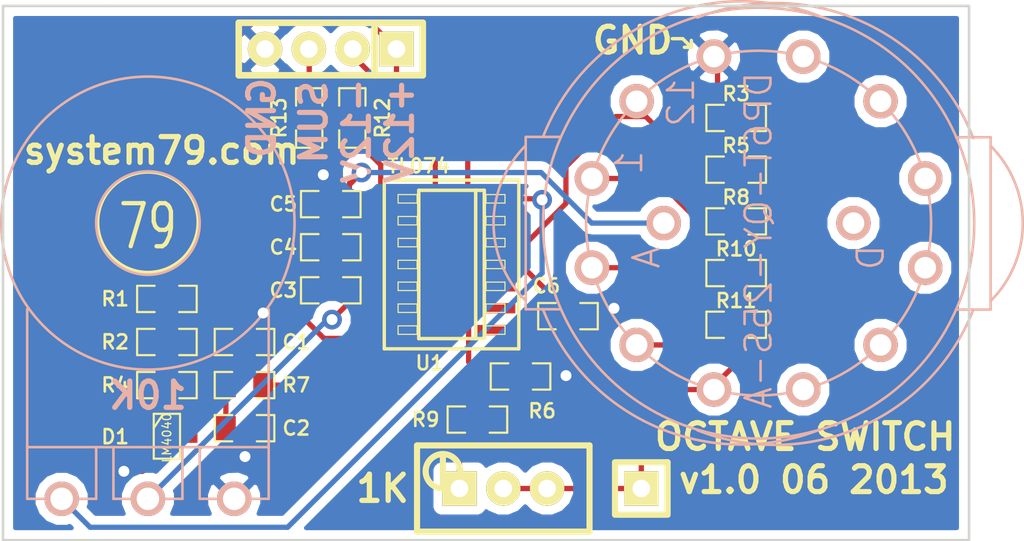
<source format=kicad_pcb>
(kicad_pcb (version 3) (host pcbnew "(2013-03-31 BZR 4008)-stable")

  (general
    (links 52)
    (no_connects 0)
    (area 25.418599 16.67832 83.731401 52.82092)
    (thickness 1.6)
    (drawings 20)
    (tracks 157)
    (zones 0)
    (modules 26)
    (nets 21)
  )

  (page A3)
  (layers
    (15 F.Cu signal)
    (0 B.Cu signal)
    (16 B.Adhes user)
    (17 F.Adhes user)
    (18 B.Paste user)
    (19 F.Paste user)
    (20 B.SilkS user)
    (21 F.SilkS user)
    (22 B.Mask user)
    (23 F.Mask user)
    (24 Dwgs.User user)
    (25 Cmts.User user)
    (26 Eco1.User user)
    (27 Eco2.User user)
    (28 Edge.Cuts user)
  )

  (setup
    (last_trace_width 0.3048)
    (trace_clearance 0.3556)
    (zone_clearance 0.508)
    (zone_45_only no)
    (trace_min 0.254)
    (segment_width 0.25)
    (edge_width 0.15)
    (via_size 1.143)
    (via_drill 0.635)
    (via_min_size 0.889)
    (via_min_drill 0.508)
    (uvia_size 0.508)
    (uvia_drill 0.127)
    (uvias_allowed no)
    (uvia_min_size 0.508)
    (uvia_min_drill 0.127)
    (pcb_text_width 0.3)
    (pcb_text_size 1.5 1.5)
    (mod_edge_width 0.15)
    (mod_text_size 1.5 1.5)
    (mod_text_width 0.15)
    (pad_size 2 2)
    (pad_drill 1.25)
    (pad_to_mask_clearance 0.02)
    (aux_axis_origin 0 0)
    (visible_elements 7FFFFFBF)
    (pcbplotparams
      (layerselection 284196865)
      (usegerberextensions true)
      (excludeedgelayer true)
      (linewidth 152400)
      (plotframeref false)
      (viasonmask false)
      (mode 1)
      (useauxorigin false)
      (hpglpennumber 1)
      (hpglpenspeed 20)
      (hpglpendiameter 15)
      (hpglpenoverlay 2)
      (psnegative false)
      (psa4output false)
      (plotreference true)
      (plotvalue false)
      (plotothertext true)
      (plotinvisibletext false)
      (padsonsilk false)
      (subtractmaskfromsilk true)
      (outputformat 1)
      (mirror false)
      (drillshape 0)
      (scaleselection 1)
      (outputdirectory Gerbers/))
  )

  (net 0 "")
  (net 1 +12V)
  (net 2 -12V)
  (net 3 GND)
  (net 4 N-0000012)
  (net 5 N-0000013)
  (net 6 N-0000014)
  (net 7 N-0000015)
  (net 8 N-0000016)
  (net 9 N-0000017)
  (net 10 N-0000018)
  (net 11 N-0000019)
  (net 12 N-000002)
  (net 13 N-0000020)
  (net 14 N-0000021)
  (net 15 N-000004)
  (net 16 N-000005)
  (net 17 N-000006)
  (net 18 N-000007)
  (net 19 N-000009)
  (net 20 "SUM OUT")

  (net_class Default "This is the default net class."
    (clearance 0.3556)
    (trace_width 0.3048)
    (via_dia 1.143)
    (via_drill 0.635)
    (uvia_dia 0.508)
    (uvia_drill 0.127)
    (add_net "")
    (add_net N-0000012)
    (add_net N-0000013)
    (add_net N-0000014)
    (add_net N-0000015)
    (add_net N-0000016)
    (add_net N-0000017)
    (add_net N-0000018)
    (add_net N-0000019)
    (add_net N-000002)
    (add_net N-0000020)
    (add_net N-0000021)
    (add_net N-000004)
    (add_net N-000005)
    (add_net N-000006)
    (add_net N-000007)
    (add_net N-000009)
    (add_net "SUM OUT")
  )

  (net_class POWER ""
    (clearance 0.4064)
    (trace_width 0.3048)
    (via_dia 1.143)
    (via_drill 0.635)
    (uvia_dia 0.508)
    (uvia_drill 0.127)
    (add_net +12V)
    (add_net -12V)
    (add_net GND)
  )

  (module SOT23 (layer F.Cu) (tedit 51B64960) (tstamp 51B3EE73)
    (at 35.5 45 270)
    (tags SOT23)
    (path /519D2401)
    (fp_text reference D1 (at 0 3 360) (layer F.SilkS)
      (effects (font (size 0.8128 0.8128) (thickness 0.1524)))
    )
    (fp_text value LM4040 (at 0.0635 0 270) (layer F.SilkS)
      (effects (font (size 0.50038 0.50038) (thickness 0.0762)))
    )
    (fp_line (start -0.508 0.762) (end -1.27 0.254) (layer F.SilkS) (width 0.127))
    (fp_line (start 1.27 0.762) (end -1.3335 0.762) (layer F.SilkS) (width 0.127))
    (fp_line (start -1.3335 0.762) (end -1.3335 -0.762) (layer F.SilkS) (width 0.127))
    (fp_line (start -1.3335 -0.762) (end 1.27 -0.762) (layer F.SilkS) (width 0.127))
    (fp_line (start 1.27 -0.762) (end 1.27 0.762) (layer F.SilkS) (width 0.127))
    (pad 3 smd rect (at 0 -1.27 270) (size 0.70104 1.00076)
      (layers F.Cu F.Paste F.Mask)
    )
    (pad 2 smd rect (at 0.9525 1.27 270) (size 0.70104 1.00076)
      (layers F.Cu F.Paste F.Mask)
      (net 3 GND)
    )
    (pad 1 smd rect (at -0.9525 1.27 270) (size 0.70104 1.00076)
      (layers F.Cu F.Paste F.Mask)
      (net 12 N-000002)
    )
    (model smd/SOT23_6.wrl
      (at (xyz 0 0 0))
      (scale (xyz 0.11 0.11 0.11))
      (rotate (xyz 0 0 -180))
    )
  )

  (module SM0805-HAND (layer F.Cu) (tedit 51B6498C) (tstamp 51A17943)
    (at 58.75 38)
    (path /519D2BE9)
    (attr smd)
    (fp_text reference C6 (at -1.25 -1.75) (layer F.SilkS)
      (effects (font (size 0.8128 0.8128) (thickness 0.1524)))
    )
    (fp_text value 0.1u (at 0 0) (layer F.SilkS) hide
      (effects (font (size 0.635 0.635) (thickness 0.127)))
    )
    (fp_line (start -0.7112 0.762) (end -1.7272 0.762) (layer F.SilkS) (width 0.127))
    (fp_line (start -1.7272 0.762) (end -1.7272 -0.762) (layer F.SilkS) (width 0.127))
    (fp_line (start -1.7272 -0.762) (end -0.7112 -0.762) (layer F.SilkS) (width 0.127))
    (fp_line (start 0.7112 -0.762) (end 1.7272 -0.762) (layer F.SilkS) (width 0.127))
    (fp_line (start 1.7272 -0.762) (end 1.7272 0.762) (layer F.SilkS) (width 0.127))
    (fp_line (start 1.7272 0.762) (end 0.7112 0.762) (layer F.SilkS) (width 0.127))
    (pad 1 smd rect (at -1.0795 0) (size 1.143 1.397)
      (layers F.Cu F.Paste F.Mask)
      (net 1 +12V)
    )
    (pad 2 smd rect (at 1.0795 0) (size 1.143 1.397)
      (layers F.Cu F.Paste F.Mask)
      (net 3 GND)
    )
    (model smd/chip_cms.wrl
      (at (xyz 0 0 0))
      (scale (xyz 0.1 0.1 0.1))
      (rotate (xyz 0 0 0))
    )
  )

  (module SM0805-HAND (layer F.Cu) (tedit 51B6496A) (tstamp 51A17936)
    (at 45 34)
    (path /519D2BE3)
    (attr smd)
    (fp_text reference C4 (at -2.75 0) (layer F.SilkS)
      (effects (font (size 0.8128 0.8128) (thickness 0.1524)))
    )
    (fp_text value 0.1u (at 0 0) (layer F.SilkS) hide
      (effects (font (size 0.635 0.635) (thickness 0.127)))
    )
    (fp_line (start -0.7112 0.762) (end -1.7272 0.762) (layer F.SilkS) (width 0.127))
    (fp_line (start -1.7272 0.762) (end -1.7272 -0.762) (layer F.SilkS) (width 0.127))
    (fp_line (start -1.7272 -0.762) (end -0.7112 -0.762) (layer F.SilkS) (width 0.127))
    (fp_line (start 0.7112 -0.762) (end 1.7272 -0.762) (layer F.SilkS) (width 0.127))
    (fp_line (start 1.7272 -0.762) (end 1.7272 0.762) (layer F.SilkS) (width 0.127))
    (fp_line (start 1.7272 0.762) (end 0.7112 0.762) (layer F.SilkS) (width 0.127))
    (pad 1 smd rect (at -1.0795 0) (size 1.143 1.397)
      (layers F.Cu F.Paste F.Mask)
      (net 3 GND)
    )
    (pad 2 smd rect (at 1.0795 0) (size 1.143 1.397)
      (layers F.Cu F.Paste F.Mask)
      (net 2 -12V)
    )
    (model smd/chip_cms.wrl
      (at (xyz 0 0 0))
      (scale (xyz 0.1 0.1 0.1))
      (rotate (xyz 0 0 0))
    )
  )

  (module SM0805-HAND (layer F.Cu) (tedit 51B64916) (tstamp 51A17CBF)
    (at 43.75 26.5 90)
    (path /519D2BD8)
    (attr smd)
    (fp_text reference R13 (at 0 -1.75 90) (layer F.SilkS)
      (effects (font (size 0.8128 0.8128) (thickness 0.1524)))
    )
    (fp_text value 100K (at 0 0 90) (layer F.SilkS) hide
      (effects (font (size 0.635 0.635) (thickness 0.127)))
    )
    (fp_line (start -0.7112 0.762) (end -1.7272 0.762) (layer F.SilkS) (width 0.127))
    (fp_line (start -1.7272 0.762) (end -1.7272 -0.762) (layer F.SilkS) (width 0.127))
    (fp_line (start -1.7272 -0.762) (end -0.7112 -0.762) (layer F.SilkS) (width 0.127))
    (fp_line (start 0.7112 -0.762) (end 1.7272 -0.762) (layer F.SilkS) (width 0.127))
    (fp_line (start 1.7272 -0.762) (end 1.7272 0.762) (layer F.SilkS) (width 0.127))
    (fp_line (start 1.7272 0.762) (end 0.7112 0.762) (layer F.SilkS) (width 0.127))
    (pad 1 smd rect (at -1.0795 0 90) (size 1.143 1.397)
      (layers F.Cu F.Paste F.Mask)
      (net 16 N-000005)
    )
    (pad 2 smd rect (at 1.0795 0 90) (size 1.143 1.397)
      (layers F.Cu F.Paste F.Mask)
      (net 20 "SUM OUT")
    )
    (model smd/chip_cms.wrl
      (at (xyz 0 0 0))
      (scale (xyz 0.1 0.1 0.1))
      (rotate (xyz 0 0 0))
    )
  )

  (module SM0805-HAND (layer F.Cu) (tedit 512397DC) (tstamp 51A1791C)
    (at 68.5 38.5)
    (path /519D2B88)
    (attr smd)
    (fp_text reference R11 (at 0 -1.397) (layer F.SilkS)
      (effects (font (size 0.8128 0.8128) (thickness 0.1524)))
    )
    (fp_text value 10K (at 0 0) (layer F.SilkS) hide
      (effects (font (size 0.635 0.635) (thickness 0.127)))
    )
    (fp_line (start -0.7112 0.762) (end -1.7272 0.762) (layer F.SilkS) (width 0.127))
    (fp_line (start -1.7272 0.762) (end -1.7272 -0.762) (layer F.SilkS) (width 0.127))
    (fp_line (start -1.7272 -0.762) (end -0.7112 -0.762) (layer F.SilkS) (width 0.127))
    (fp_line (start 0.7112 -0.762) (end 1.7272 -0.762) (layer F.SilkS) (width 0.127))
    (fp_line (start 1.7272 -0.762) (end 1.7272 0.762) (layer F.SilkS) (width 0.127))
    (fp_line (start 1.7272 0.762) (end 0.7112 0.762) (layer F.SilkS) (width 0.127))
    (pad 1 smd rect (at -1.0795 0) (size 1.143 1.397)
      (layers F.Cu F.Paste F.Mask)
      (net 8 N-0000016)
    )
    (pad 2 smd rect (at 1.0795 0) (size 1.143 1.397)
      (layers F.Cu F.Paste F.Mask)
      (net 5 N-0000013)
    )
    (model smd/chip_cms.wrl
      (at (xyz 0 0 0))
      (scale (xyz 0.1 0.1 0.1))
      (rotate (xyz 0 0 0))
    )
  )

  (module SM0805-HAND (layer F.Cu) (tedit 512397DC) (tstamp 51A1790F)
    (at 68.5 35.5)
    (path /519D2B82)
    (attr smd)
    (fp_text reference R10 (at 0 -1.397) (layer F.SilkS)
      (effects (font (size 0.8128 0.8128) (thickness 0.1524)))
    )
    (fp_text value 10K (at 0 0) (layer F.SilkS) hide
      (effects (font (size 0.635 0.635) (thickness 0.127)))
    )
    (fp_line (start -0.7112 0.762) (end -1.7272 0.762) (layer F.SilkS) (width 0.127))
    (fp_line (start -1.7272 0.762) (end -1.7272 -0.762) (layer F.SilkS) (width 0.127))
    (fp_line (start -1.7272 -0.762) (end -0.7112 -0.762) (layer F.SilkS) (width 0.127))
    (fp_line (start 0.7112 -0.762) (end 1.7272 -0.762) (layer F.SilkS) (width 0.127))
    (fp_line (start 1.7272 -0.762) (end 1.7272 0.762) (layer F.SilkS) (width 0.127))
    (fp_line (start 1.7272 0.762) (end 0.7112 0.762) (layer F.SilkS) (width 0.127))
    (pad 1 smd rect (at -1.0795 0) (size 1.143 1.397)
      (layers F.Cu F.Paste F.Mask)
      (net 10 N-0000018)
    )
    (pad 2 smd rect (at 1.0795 0) (size 1.143 1.397)
      (layers F.Cu F.Paste F.Mask)
      (net 8 N-0000016)
    )
    (model smd/chip_cms.wrl
      (at (xyz 0 0 0))
      (scale (xyz 0.1 0.1 0.1))
      (rotate (xyz 0 0 0))
    )
  )

  (module SM0805-HAND (layer F.Cu) (tedit 512397DC) (tstamp 51A17902)
    (at 68.5 32.5)
    (path /519D2B7C)
    (attr smd)
    (fp_text reference R8 (at 0 -1.397) (layer F.SilkS)
      (effects (font (size 0.8128 0.8128) (thickness 0.1524)))
    )
    (fp_text value 10K (at 0 0) (layer F.SilkS) hide
      (effects (font (size 0.635 0.635) (thickness 0.127)))
    )
    (fp_line (start -0.7112 0.762) (end -1.7272 0.762) (layer F.SilkS) (width 0.127))
    (fp_line (start -1.7272 0.762) (end -1.7272 -0.762) (layer F.SilkS) (width 0.127))
    (fp_line (start -1.7272 -0.762) (end -0.7112 -0.762) (layer F.SilkS) (width 0.127))
    (fp_line (start 0.7112 -0.762) (end 1.7272 -0.762) (layer F.SilkS) (width 0.127))
    (fp_line (start 1.7272 -0.762) (end 1.7272 0.762) (layer F.SilkS) (width 0.127))
    (fp_line (start 1.7272 0.762) (end 0.7112 0.762) (layer F.SilkS) (width 0.127))
    (pad 1 smd rect (at -1.0795 0) (size 1.143 1.397)
      (layers F.Cu F.Paste F.Mask)
      (net 11 N-0000019)
    )
    (pad 2 smd rect (at 1.0795 0) (size 1.143 1.397)
      (layers F.Cu F.Paste F.Mask)
      (net 10 N-0000018)
    )
    (model smd/chip_cms.wrl
      (at (xyz 0 0 0))
      (scale (xyz 0.1 0.1 0.1))
      (rotate (xyz 0 0 0))
    )
  )

  (module SM0805-HAND (layer F.Cu) (tedit 512397DC) (tstamp 51A178F5)
    (at 68.5 29.5)
    (path /519D2B76)
    (attr smd)
    (fp_text reference R5 (at 0 -1.397) (layer F.SilkS)
      (effects (font (size 0.8128 0.8128) (thickness 0.1524)))
    )
    (fp_text value 10K (at 0 0) (layer F.SilkS) hide
      (effects (font (size 0.635 0.635) (thickness 0.127)))
    )
    (fp_line (start -0.7112 0.762) (end -1.7272 0.762) (layer F.SilkS) (width 0.127))
    (fp_line (start -1.7272 0.762) (end -1.7272 -0.762) (layer F.SilkS) (width 0.127))
    (fp_line (start -1.7272 -0.762) (end -0.7112 -0.762) (layer F.SilkS) (width 0.127))
    (fp_line (start 0.7112 -0.762) (end 1.7272 -0.762) (layer F.SilkS) (width 0.127))
    (fp_line (start 1.7272 -0.762) (end 1.7272 0.762) (layer F.SilkS) (width 0.127))
    (fp_line (start 1.7272 0.762) (end 0.7112 0.762) (layer F.SilkS) (width 0.127))
    (pad 1 smd rect (at -1.0795 0) (size 1.143 1.397)
      (layers F.Cu F.Paste F.Mask)
      (net 9 N-0000017)
    )
    (pad 2 smd rect (at 1.0795 0) (size 1.143 1.397)
      (layers F.Cu F.Paste F.Mask)
      (net 11 N-0000019)
    )
    (model smd/chip_cms.wrl
      (at (xyz 0 0 0))
      (scale (xyz 0.1 0.1 0.1))
      (rotate (xyz 0 0 0))
    )
  )

  (module SM0805-HAND (layer F.Cu) (tedit 512397DC) (tstamp 51C46775)
    (at 68.5 26.5)
    (path /519D2B70)
    (attr smd)
    (fp_text reference R3 (at 0 -1.397) (layer F.SilkS)
      (effects (font (size 0.8128 0.8128) (thickness 0.1524)))
    )
    (fp_text value 10K (at 0 0) (layer F.SilkS) hide
      (effects (font (size 0.635 0.635) (thickness 0.127)))
    )
    (fp_line (start -0.7112 0.762) (end -1.7272 0.762) (layer F.SilkS) (width 0.127))
    (fp_line (start -1.7272 0.762) (end -1.7272 -0.762) (layer F.SilkS) (width 0.127))
    (fp_line (start -1.7272 -0.762) (end -0.7112 -0.762) (layer F.SilkS) (width 0.127))
    (fp_line (start 0.7112 -0.762) (end 1.7272 -0.762) (layer F.SilkS) (width 0.127))
    (fp_line (start 1.7272 -0.762) (end 1.7272 0.762) (layer F.SilkS) (width 0.127))
    (fp_line (start 1.7272 0.762) (end 0.7112 0.762) (layer F.SilkS) (width 0.127))
    (pad 1 smd rect (at -1.0795 0) (size 1.143 1.397)
      (layers F.Cu F.Paste F.Mask)
      (net 3 GND)
    )
    (pad 2 smd rect (at 1.0795 0) (size 1.143 1.397)
      (layers F.Cu F.Paste F.Mask)
      (net 9 N-0000017)
    )
    (model smd/chip_cms.wrl
      (at (xyz 0 0 0))
      (scale (xyz 0.1 0.1 0.1))
      (rotate (xyz 0 0 0))
    )
  )

  (module SM0805-HAND (layer F.Cu) (tedit 51B64939) (tstamp 51A178DB)
    (at 40 42)
    (path /519D2A89)
    (attr smd)
    (fp_text reference R7 (at 3 0) (layer F.SilkS)
      (effects (font (size 0.8128 0.8128) (thickness 0.1524)))
    )
    (fp_text value 33K (at 0 0) (layer F.SilkS) hide
      (effects (font (size 0.635 0.635) (thickness 0.127)))
    )
    (fp_line (start -0.7112 0.762) (end -1.7272 0.762) (layer F.SilkS) (width 0.127))
    (fp_line (start -1.7272 0.762) (end -1.7272 -0.762) (layer F.SilkS) (width 0.127))
    (fp_line (start -1.7272 -0.762) (end -0.7112 -0.762) (layer F.SilkS) (width 0.127))
    (fp_line (start 0.7112 -0.762) (end 1.7272 -0.762) (layer F.SilkS) (width 0.127))
    (fp_line (start 1.7272 -0.762) (end 1.7272 0.762) (layer F.SilkS) (width 0.127))
    (fp_line (start 1.7272 0.762) (end 0.7112 0.762) (layer F.SilkS) (width 0.127))
    (pad 1 smd rect (at -1.0795 0) (size 1.143 1.397)
      (layers F.Cu F.Paste F.Mask)
      (net 4 N-0000012)
    )
    (pad 2 smd rect (at 1.0795 0) (size 1.143 1.397)
      (layers F.Cu F.Paste F.Mask)
      (net 19 N-000009)
    )
    (model smd/chip_cms.wrl
      (at (xyz 0 0 0))
      (scale (xyz 0.1 0.1 0.1))
      (rotate (xyz 0 0 0))
    )
  )

  (module SM0805-HAND (layer F.Cu) (tedit 51B64920) (tstamp 51A178CE)
    (at 35.5 39.5)
    (path /519D2A6D)
    (attr smd)
    (fp_text reference R2 (at -3 0) (layer F.SilkS)
      (effects (font (size 0.8128 0.8128) (thickness 0.1524)))
    )
    (fp_text value 4.7K (at 0 0) (layer F.SilkS) hide
      (effects (font (size 0.635 0.635) (thickness 0.127)))
    )
    (fp_line (start -0.7112 0.762) (end -1.7272 0.762) (layer F.SilkS) (width 0.127))
    (fp_line (start -1.7272 0.762) (end -1.7272 -0.762) (layer F.SilkS) (width 0.127))
    (fp_line (start -1.7272 -0.762) (end -0.7112 -0.762) (layer F.SilkS) (width 0.127))
    (fp_line (start 0.7112 -0.762) (end 1.7272 -0.762) (layer F.SilkS) (width 0.127))
    (fp_line (start 1.7272 -0.762) (end 1.7272 0.762) (layer F.SilkS) (width 0.127))
    (fp_line (start 1.7272 0.762) (end 0.7112 0.762) (layer F.SilkS) (width 0.127))
    (pad 1 smd rect (at -1.0795 0) (size 1.143 1.397)
      (layers F.Cu F.Paste F.Mask)
      (net 12 N-000002)
    )
    (pad 2 smd rect (at 1.0795 0) (size 1.143 1.397)
      (layers F.Cu F.Paste F.Mask)
      (net 15 N-000004)
    )
    (model smd/chip_cms.wrl
      (at (xyz 0 0 0))
      (scale (xyz 0.1 0.1 0.1))
      (rotate (xyz 0 0 0))
    )
  )

  (module SM0805-HAND (layer F.Cu) (tedit 51B64934) (tstamp 51A178C1)
    (at 40 39.5)
    (path /519D1988)
    (attr smd)
    (fp_text reference C1 (at 3 0) (layer F.SilkS)
      (effects (font (size 0.8128 0.8128) (thickness 0.1524)))
    )
    (fp_text value 0.1u (at 0 0) (layer F.SilkS) hide
      (effects (font (size 0.635 0.635) (thickness 0.127)))
    )
    (fp_line (start -0.7112 0.762) (end -1.7272 0.762) (layer F.SilkS) (width 0.127))
    (fp_line (start -1.7272 0.762) (end -1.7272 -0.762) (layer F.SilkS) (width 0.127))
    (fp_line (start -1.7272 -0.762) (end -0.7112 -0.762) (layer F.SilkS) (width 0.127))
    (fp_line (start 0.7112 -0.762) (end 1.7272 -0.762) (layer F.SilkS) (width 0.127))
    (fp_line (start 1.7272 -0.762) (end 1.7272 0.762) (layer F.SilkS) (width 0.127))
    (fp_line (start 1.7272 0.762) (end 0.7112 0.762) (layer F.SilkS) (width 0.127))
    (pad 1 smd rect (at -1.0795 0) (size 1.143 1.397)
      (layers F.Cu F.Paste F.Mask)
      (net 15 N-000004)
    )
    (pad 2 smd rect (at 1.0795 0) (size 1.143 1.397)
      (layers F.Cu F.Paste F.Mask)
      (net 3 GND)
    )
    (model smd/chip_cms.wrl
      (at (xyz 0 0 0))
      (scale (xyz 0.1 0.1 0.1))
      (rotate (xyz 0 0 0))
    )
  )

  (module SM0805-HAND (layer F.Cu) (tedit 51B64919) (tstamp 51A178B4)
    (at 46.25 26.5 90)
    (path /519D163B)
    (attr smd)
    (fp_text reference R12 (at 0 1.75 90) (layer F.SilkS)
      (effects (font (size 0.8128 0.8128) (thickness 0.1524)))
    )
    (fp_text value 100K (at 0 0 90) (layer F.SilkS) hide
      (effects (font (size 0.635 0.635) (thickness 0.127)))
    )
    (fp_line (start -0.7112 0.762) (end -1.7272 0.762) (layer F.SilkS) (width 0.127))
    (fp_line (start -1.7272 0.762) (end -1.7272 -0.762) (layer F.SilkS) (width 0.127))
    (fp_line (start -1.7272 -0.762) (end -0.7112 -0.762) (layer F.SilkS) (width 0.127))
    (fp_line (start 0.7112 -0.762) (end 1.7272 -0.762) (layer F.SilkS) (width 0.127))
    (fp_line (start 1.7272 -0.762) (end 1.7272 0.762) (layer F.SilkS) (width 0.127))
    (fp_line (start 1.7272 0.762) (end 0.7112 0.762) (layer F.SilkS) (width 0.127))
    (pad 1 smd rect (at -1.0795 0 90) (size 1.143 1.397)
      (layers F.Cu F.Paste F.Mask)
      (net 18 N-000007)
    )
    (pad 2 smd rect (at 1.0795 0 90) (size 1.143 1.397)
      (layers F.Cu F.Paste F.Mask)
      (net 20 "SUM OUT")
    )
    (model smd/chip_cms.wrl
      (at (xyz 0 0 0))
      (scale (xyz 0.1 0.1 0.1))
      (rotate (xyz 0 0 0))
    )
  )

  (module SM0805-HAND (layer F.Cu) (tedit 51B6496E) (tstamp 51A178A7)
    (at 45 31.5 180)
    (path /519D1571)
    (attr smd)
    (fp_text reference C5 (at 2.75 0 180) (layer F.SilkS)
      (effects (font (size 0.8128 0.8128) (thickness 0.1524)))
    )
    (fp_text value 0.001u (at 0 0 180) (layer F.SilkS) hide
      (effects (font (size 0.635 0.635) (thickness 0.127)))
    )
    (fp_line (start -0.7112 0.762) (end -1.7272 0.762) (layer F.SilkS) (width 0.127))
    (fp_line (start -1.7272 0.762) (end -1.7272 -0.762) (layer F.SilkS) (width 0.127))
    (fp_line (start -1.7272 -0.762) (end -0.7112 -0.762) (layer F.SilkS) (width 0.127))
    (fp_line (start 0.7112 -0.762) (end 1.7272 -0.762) (layer F.SilkS) (width 0.127))
    (fp_line (start 1.7272 -0.762) (end 1.7272 0.762) (layer F.SilkS) (width 0.127))
    (fp_line (start 1.7272 0.762) (end 0.7112 0.762) (layer F.SilkS) (width 0.127))
    (pad 1 smd rect (at -1.0795 0 180) (size 1.143 1.397)
      (layers F.Cu F.Paste F.Mask)
      (net 17 N-000006)
    )
    (pad 2 smd rect (at 1.0795 0 180) (size 1.143 1.397)
      (layers F.Cu F.Paste F.Mask)
      (net 3 GND)
    )
    (model smd/chip_cms.wrl
      (at (xyz 0 0 0))
      (scale (xyz 0.1 0.1 0.1))
      (rotate (xyz 0 0 0))
    )
  )

  (module SM0805-HAND (layer F.Cu) (tedit 51B64975) (tstamp 51A21D89)
    (at 45 36.5)
    (path /519D137C)
    (attr smd)
    (fp_text reference C3 (at -2.75 0) (layer F.SilkS)
      (effects (font (size 0.8128 0.8128) (thickness 0.1524)))
    )
    (fp_text value 0.001u (at 0 0) (layer F.SilkS) hide
      (effects (font (size 0.635 0.635) (thickness 0.127)))
    )
    (fp_line (start -0.7112 0.762) (end -1.7272 0.762) (layer F.SilkS) (width 0.127))
    (fp_line (start -1.7272 0.762) (end -1.7272 -0.762) (layer F.SilkS) (width 0.127))
    (fp_line (start -1.7272 -0.762) (end -0.7112 -0.762) (layer F.SilkS) (width 0.127))
    (fp_line (start 0.7112 -0.762) (end 1.7272 -0.762) (layer F.SilkS) (width 0.127))
    (fp_line (start 1.7272 -0.762) (end 1.7272 0.762) (layer F.SilkS) (width 0.127))
    (fp_line (start 1.7272 0.762) (end 0.7112 0.762) (layer F.SilkS) (width 0.127))
    (pad 1 smd rect (at -1.0795 0) (size 1.143 1.397)
      (layers F.Cu F.Paste F.Mask)
      (net 3 GND)
    )
    (pad 2 smd rect (at 1.0795 0) (size 1.143 1.397)
      (layers F.Cu F.Paste F.Mask)
      (net 14 N-0000021)
    )
    (model smd/chip_cms.wrl
      (at (xyz 0 0 0))
      (scale (xyz 0.1 0.1 0.1))
      (rotate (xyz 0 0 0))
    )
  )

  (module SM0805-HAND (layer F.Cu) (tedit 51B64997) (tstamp 51A1788D)
    (at 53.5 44 180)
    (path /519D0FCF)
    (attr smd)
    (fp_text reference R9 (at 3 0 180) (layer F.SilkS)
      (effects (font (size 0.8128 0.8128) (thickness 0.1524)))
    )
    (fp_text value 9.53K (at 0 0 180) (layer F.SilkS) hide
      (effects (font (size 0.635 0.635) (thickness 0.127)))
    )
    (fp_line (start -0.7112 0.762) (end -1.7272 0.762) (layer F.SilkS) (width 0.127))
    (fp_line (start -1.7272 0.762) (end -1.7272 -0.762) (layer F.SilkS) (width 0.127))
    (fp_line (start -1.7272 -0.762) (end -0.7112 -0.762) (layer F.SilkS) (width 0.127))
    (fp_line (start 0.7112 -0.762) (end 1.7272 -0.762) (layer F.SilkS) (width 0.127))
    (fp_line (start 1.7272 -0.762) (end 1.7272 0.762) (layer F.SilkS) (width 0.127))
    (fp_line (start 1.7272 0.762) (end 0.7112 0.762) (layer F.SilkS) (width 0.127))
    (pad 1 smd rect (at -1.0795 0 180) (size 1.143 1.397)
      (layers F.Cu F.Paste F.Mask)
      (net 6 N-0000014)
    )
    (pad 2 smd rect (at 1.0795 0 180) (size 1.143 1.397)
      (layers F.Cu F.Paste F.Mask)
      (net 7 N-0000015)
    )
    (model smd/chip_cms.wrl
      (at (xyz 0 0 0))
      (scale (xyz 0.1 0.1 0.1))
      (rotate (xyz 0 0 0))
    )
  )

  (module SM0805-HAND (layer F.Cu) (tedit 51B64942) (tstamp 51A17880)
    (at 40 44.5)
    (path /519D0F8A)
    (attr smd)
    (fp_text reference C2 (at 3 0) (layer F.SilkS)
      (effects (font (size 0.8128 0.8128) (thickness 0.1524)))
    )
    (fp_text value 0.1u (at 0 0) (layer F.SilkS) hide
      (effects (font (size 0.635 0.635) (thickness 0.127)))
    )
    (fp_line (start -0.7112 0.762) (end -1.7272 0.762) (layer F.SilkS) (width 0.127))
    (fp_line (start -1.7272 0.762) (end -1.7272 -0.762) (layer F.SilkS) (width 0.127))
    (fp_line (start -1.7272 -0.762) (end -0.7112 -0.762) (layer F.SilkS) (width 0.127))
    (fp_line (start 0.7112 -0.762) (end 1.7272 -0.762) (layer F.SilkS) (width 0.127))
    (fp_line (start 1.7272 -0.762) (end 1.7272 0.762) (layer F.SilkS) (width 0.127))
    (fp_line (start 1.7272 0.762) (end 0.7112 0.762) (layer F.SilkS) (width 0.127))
    (pad 1 smd rect (at -1.0795 0) (size 1.143 1.397)
      (layers F.Cu F.Paste F.Mask)
      (net 4 N-0000012)
    )
    (pad 2 smd rect (at 1.0795 0) (size 1.143 1.397)
      (layers F.Cu F.Paste F.Mask)
      (net 3 GND)
    )
    (model smd/chip_cms.wrl
      (at (xyz 0 0 0))
      (scale (xyz 0.1 0.1 0.1))
      (rotate (xyz 0 0 0))
    )
  )

  (module SM0805-HAND (layer F.Cu) (tedit 51B64993) (tstamp 51A17D36)
    (at 56 41.5 180)
    (path /519D0F4A)
    (attr smd)
    (fp_text reference R6 (at -1.25 -2 180) (layer F.SilkS)
      (effects (font (size 0.8128 0.8128) (thickness 0.1524)))
    )
    (fp_text value 10K (at 0 0 180) (layer F.SilkS) hide
      (effects (font (size 0.635 0.635) (thickness 0.127)))
    )
    (fp_line (start -0.7112 0.762) (end -1.7272 0.762) (layer F.SilkS) (width 0.127))
    (fp_line (start -1.7272 0.762) (end -1.7272 -0.762) (layer F.SilkS) (width 0.127))
    (fp_line (start -1.7272 -0.762) (end -0.7112 -0.762) (layer F.SilkS) (width 0.127))
    (fp_line (start 0.7112 -0.762) (end 1.7272 -0.762) (layer F.SilkS) (width 0.127))
    (fp_line (start 1.7272 -0.762) (end 1.7272 0.762) (layer F.SilkS) (width 0.127))
    (fp_line (start 1.7272 0.762) (end 0.7112 0.762) (layer F.SilkS) (width 0.127))
    (pad 1 smd rect (at -1.0795 0 180) (size 1.143 1.397)
      (layers F.Cu F.Paste F.Mask)
      (net 3 GND)
    )
    (pad 2 smd rect (at 1.0795 0 180) (size 1.143 1.397)
      (layers F.Cu F.Paste F.Mask)
      (net 6 N-0000014)
    )
    (model smd/chip_cms.wrl
      (at (xyz 0 0 0))
      (scale (xyz 0.1 0.1 0.1))
      (rotate (xyz 0 0 0))
    )
  )

  (module SM0805-HAND (layer F.Cu) (tedit 51B64929) (tstamp 51A17866)
    (at 35.5 42)
    (path /519D0F44)
    (attr smd)
    (fp_text reference R4 (at -3 0) (layer F.SilkS)
      (effects (font (size 0.8128 0.8128) (thickness 0.1524)))
    )
    (fp_text value 33K (at 0 0) (layer F.SilkS) hide
      (effects (font (size 0.635 0.635) (thickness 0.127)))
    )
    (fp_line (start -0.7112 0.762) (end -1.7272 0.762) (layer F.SilkS) (width 0.127))
    (fp_line (start -1.7272 0.762) (end -1.7272 -0.762) (layer F.SilkS) (width 0.127))
    (fp_line (start -1.7272 -0.762) (end -0.7112 -0.762) (layer F.SilkS) (width 0.127))
    (fp_line (start 0.7112 -0.762) (end 1.7272 -0.762) (layer F.SilkS) (width 0.127))
    (fp_line (start 1.7272 -0.762) (end 1.7272 0.762) (layer F.SilkS) (width 0.127))
    (fp_line (start 1.7272 0.762) (end 0.7112 0.762) (layer F.SilkS) (width 0.127))
    (pad 1 smd rect (at -1.0795 0) (size 1.143 1.397)
      (layers F.Cu F.Paste F.Mask)
      (net 12 N-000002)
    )
    (pad 2 smd rect (at 1.0795 0) (size 1.143 1.397)
      (layers F.Cu F.Paste F.Mask)
      (net 4 N-0000012)
    )
    (model smd/chip_cms.wrl
      (at (xyz 0 0 0))
      (scale (xyz 0.1 0.1 0.1))
      (rotate (xyz 0 0 0))
    )
  )

  (module SM0805-HAND (layer F.Cu) (tedit 51B64925) (tstamp 51A17859)
    (at 35.5 37 180)
    (path /519D0F3E)
    (attr smd)
    (fp_text reference R1 (at 3 0 180) (layer F.SilkS)
      (effects (font (size 0.8128 0.8128) (thickness 0.1524)))
    )
    (fp_text value 4.7K (at 0 0 180) (layer F.SilkS) hide
      (effects (font (size 0.635 0.635) (thickness 0.127)))
    )
    (fp_line (start -0.7112 0.762) (end -1.7272 0.762) (layer F.SilkS) (width 0.127))
    (fp_line (start -1.7272 0.762) (end -1.7272 -0.762) (layer F.SilkS) (width 0.127))
    (fp_line (start -1.7272 -0.762) (end -0.7112 -0.762) (layer F.SilkS) (width 0.127))
    (fp_line (start 0.7112 -0.762) (end 1.7272 -0.762) (layer F.SilkS) (width 0.127))
    (fp_line (start 1.7272 -0.762) (end 1.7272 0.762) (layer F.SilkS) (width 0.127))
    (fp_line (start 1.7272 0.762) (end 0.7112 0.762) (layer F.SilkS) (width 0.127))
    (pad 1 smd rect (at -1.0795 0 180) (size 1.143 1.397)
      (layers F.Cu F.Paste F.Mask)
      (net 15 N-000004)
    )
    (pad 2 smd rect (at 1.0795 0 180) (size 1.143 1.397)
      (layers F.Cu F.Paste F.Mask)
      (net 1 +12V)
    )
    (model smd/chip_cms.wrl
      (at (xyz 0 0 0))
      (scale (xyz 0.1 0.1 0.1))
      (rotate (xyz 0 0 0))
    )
  )

  (module RV16A-41   locked (layer B.Cu) (tedit 51A159F7) (tstamp 51A1666F)
    (at 34.4 32.6 180)
    (path /519D12D5)
    (fp_text reference POT1 (at 0 13 180) (layer B.SilkS) hide
      (effects (font (size 1.524 1.524) (thickness 0.3048)) (justify mirror))
    )
    (fp_text value 10K (at 0 -9.99998 180) (layer B.SilkS)
      (effects (font (size 1.524 1.524) (thickness 0.3048)) (justify mirror))
    )
    (fp_line (start -3 -13) (end -3 -16) (layer B.SilkS) (width 0.15))
    (fp_line (start -3 -16) (end -7 -16) (layer B.SilkS) (width 0.15))
    (fp_line (start 2 -13) (end 2 -16) (layer B.SilkS) (width 0.15))
    (fp_line (start 2 -16) (end -2 -16) (layer B.SilkS) (width 0.15))
    (fp_line (start -2 -16) (end -2 -13) (layer B.SilkS) (width 0.15))
    (fp_line (start 7 -16) (end 3 -16) (layer B.SilkS) (width 0.15))
    (fp_line (start 3 -16) (end 3 -13) (layer B.SilkS) (width 0.15))
    (fp_line (start -7 -13) (end 7 -13) (layer B.SilkS) (width 0.15))
    (fp_line (start 7 -16) (end 7 -5) (layer B.SilkS) (width 0.15))
    (fp_line (start -7 -16) (end -7 -5) (layer B.SilkS) (width 0.15))
    (fp_circle (center 0 0) (end 0 -3) (layer B.SilkS) (width 0.15))
    (fp_circle (center 0 0) (end 0 -8.5) (layer B.SilkS) (width 0.15))
    (pad 2 thru_hole circle (at 0 -16 180) (size 1.99898 1.99898) (drill 1.30048)
      (layers *.Cu *.Mask B.SilkS)
      (net 14 N-0000021)
    )
    (pad 3 thru_hole circle (at 5 -16 180) (size 1.99898 1.99898) (drill 1.30048)
      (layers *.Cu *.Mask B.SilkS)
      (net 13 N-0000020)
    )
    (pad 1 thru_hole circle (at -5 -16 180) (size 1.99898 1.99898) (drill 1.30048)
      (layers *.Cu *.Mask B.SilkS)
      (net 3 GND)
    )
  )

  (module CONN_0100_X_4 (layer F.Cu) (tedit 51F423C4) (tstamp 51A1784C)
    (at 45 22.5 180)
    (path /519D2609)
    (fp_text reference P2 (at 0 -5.00126 180) (layer F.SilkS) hide
      (effects (font (size 1.524 1.524) (thickness 0.3048)))
    )
    (fp_text value CONN_4 (at 0 4.50088 180) (layer F.SilkS) hide
      (effects (font (size 1.524 1.524) (thickness 0.3048)))
    )
    (fp_line (start -2.54 -1.524) (end -2.54 1.524) (layer F.SilkS) (width 0.381))
    (fp_line (start -5.334 -1.524) (end -5.334 1.524) (layer F.SilkS) (width 0.381))
    (fp_line (start -5.334 1.524) (end 5.334 1.524) (layer F.SilkS) (width 0.381))
    (fp_line (start 5.334 1.524) (end 5.334 -1.524) (layer F.SilkS) (width 0.381))
    (fp_line (start 5.334 -1.524) (end -5.334 -1.524) (layer F.SilkS) (width 0.381))
    (pad 1 thru_hole rect (at -3.81 0 180) (size 1.99898 1.99898) (drill 1.016)
      (layers *.Cu *.Mask F.SilkS)
      (net 1 +12V)
    )
    (pad 2 thru_hole circle (at -1.27 0 180) (size 1.99898 1.99898) (drill 1.016)
      (layers *.Cu *.Mask F.SilkS)
      (net 2 -12V)
    )
    (pad 3 thru_hole circle (at 1.27 0 180) (size 1.99898 1.99898) (drill 1.016)
      (layers *.Cu *.Mask F.SilkS)
      (net 20 "SUM OUT")
    )
    (pad 4 thru_hole circle (at 3.81 0 180) (size 1.99898 1.99898) (drill 1.016)
      (layers *.Cu *.Mask F.SilkS)
      (net 3 GND)
    )
  )

  (module CONN_0100_X_1 (layer F.Cu) (tedit 51F423B9) (tstamp 51A1783E)
    (at 63 48)
    (path /519D28FD)
    (fp_text reference P1 (at 0 -2.99974) (layer F.SilkS) hide
      (effects (font (size 1.524 1.524) (thickness 0.3048)))
    )
    (fp_text value CONN_1 (at 0 3.50012) (layer F.SilkS) hide
      (effects (font (size 1.524 1.524) (thickness 0.3048)))
    )
    (fp_line (start -1.397 1.524) (end 1.397 1.524) (layer F.SilkS) (width 0.3556))
    (fp_line (start -1.397 -1.524) (end 1.524 -1.524) (layer F.SilkS) (width 0.3556))
    (fp_line (start -1.524 1.524) (end -1.524 -1.524) (layer F.SilkS) (width 0.3556))
    (fp_line (start 1.524 -1.524) (end 1.524 1.524) (layer F.SilkS) (width 0.3556))
    (pad 1 thru_hole rect (at 0 0) (size 1.99898 1.99898) (drill 1.016)
      (layers *.Cu *.Mask F.SilkS)
      (net 5 N-0000013)
    )
  )

  (module BI_67W_TRIM (layer F.Cu) (tedit 51F423BF) (tstamp 51A17834)
    (at 55 48)
    (path /519D0F1D)
    (fp_text reference TRIM1 (at 0 -5.00126) (layer F.SilkS) hide
      (effects (font (size 1.524 1.524) (thickness 0.3048)))
    )
    (fp_text value 1K (at -7 0) (layer F.SilkS)
      (effects (font (size 1.524 1.524) (thickness 0.3048)))
    )
    (fp_line (start -3.5 -2) (end -3.5 0) (layer F.SilkS) (width 0.3556))
    (fp_circle (center -3.5 -1) (end -2.5 -1) (layer F.SilkS) (width 0.3556))
    (fp_line (start -5 2.5) (end -5 -2.5) (layer F.SilkS) (width 0.3556))
    (fp_line (start -5 -2.5) (end 5 -2.5) (layer F.SilkS) (width 0.3556))
    (fp_line (start 5 -2.5) (end 5 2.5) (layer F.SilkS) (width 0.3556))
    (fp_line (start 5 2.5) (end -5 2.5) (layer F.SilkS) (width 0.3556))
    (pad 2 thru_hole circle (at 0 0) (size 1.99898 1.99898) (drill 1.016)
      (layers *.Cu *.Mask F.SilkS)
      (net 5 N-0000013)
    )
    (pad 3 thru_hole circle (at 2.54 0) (size 1.99898 1.99898) (drill 1.016)
      (layers *.Cu *.Mask F.SilkS)
      (net 5 N-0000013)
    )
    (pad 1 thru_hole rect (at -2.54 0) (size 1.99898 1.99898) (drill 1.016)
      (layers *.Cu *.Mask F.SilkS)
      (net 7 N-0000015)
    )
  )

  (module -SO14 (layer F.Cu) (tedit 51B6497E) (tstamp 51A17826)
    (at 52 35 90)
    (descr "SMALL OUTLINE INTEGRATED CIRCUIT")
    (tags "SMALL OUTLINE INTEGRATED CIRCUIT")
    (path /5196B5A0)
    (attr smd)
    (fp_text reference U1 (at -5.715 -1.27 180) (layer F.SilkS)
      (effects (font (size 0.8128 0.8128) (thickness 0.1524)))
    )
    (fp_text value TL074 (at 5.715 -1.905 180) (layer F.SilkS)
      (effects (font (size 0.8128 0.8128) (thickness 0.1524)))
    )
    (fp_line (start -4.05384 3.0988) (end -3.56362 3.0988) (layer F.SilkS) (width 0.06604))
    (fp_line (start -3.56362 3.0988) (end -3.56362 1.99898) (layer F.SilkS) (width 0.06604))
    (fp_line (start -4.05384 1.99898) (end -3.56362 1.99898) (layer F.SilkS) (width 0.06604))
    (fp_line (start -4.05384 3.0988) (end -4.05384 1.99898) (layer F.SilkS) (width 0.06604))
    (fp_line (start -2.78384 3.0988) (end -2.29362 3.0988) (layer F.SilkS) (width 0.06604))
    (fp_line (start -2.29362 3.0988) (end -2.29362 1.99898) (layer F.SilkS) (width 0.06604))
    (fp_line (start -2.78384 1.99898) (end -2.29362 1.99898) (layer F.SilkS) (width 0.06604))
    (fp_line (start -2.78384 3.0988) (end -2.78384 1.99898) (layer F.SilkS) (width 0.06604))
    (fp_line (start -1.51384 3.0988) (end -1.02362 3.0988) (layer F.SilkS) (width 0.06604))
    (fp_line (start -1.02362 3.0988) (end -1.02362 1.99898) (layer F.SilkS) (width 0.06604))
    (fp_line (start -1.51384 1.99898) (end -1.02362 1.99898) (layer F.SilkS) (width 0.06604))
    (fp_line (start -1.51384 3.0988) (end -1.51384 1.99898) (layer F.SilkS) (width 0.06604))
    (fp_line (start -0.24384 3.0988) (end 0.24384 3.0988) (layer F.SilkS) (width 0.06604))
    (fp_line (start 0.24384 3.0988) (end 0.24384 1.99898) (layer F.SilkS) (width 0.06604))
    (fp_line (start -0.24384 1.99898) (end 0.24384 1.99898) (layer F.SilkS) (width 0.06604))
    (fp_line (start -0.24384 3.0988) (end -0.24384 1.99898) (layer F.SilkS) (width 0.06604))
    (fp_line (start -0.24384 -1.99898) (end 0.24384 -1.99898) (layer F.SilkS) (width 0.06604))
    (fp_line (start 0.24384 -1.99898) (end 0.24384 -3.0988) (layer F.SilkS) (width 0.06604))
    (fp_line (start -0.24384 -3.0988) (end 0.24384 -3.0988) (layer F.SilkS) (width 0.06604))
    (fp_line (start -0.24384 -1.99898) (end -0.24384 -3.0988) (layer F.SilkS) (width 0.06604))
    (fp_line (start -1.51384 -1.99898) (end -1.02362 -1.99898) (layer F.SilkS) (width 0.06604))
    (fp_line (start -1.02362 -1.99898) (end -1.02362 -3.0988) (layer F.SilkS) (width 0.06604))
    (fp_line (start -1.51384 -3.0988) (end -1.02362 -3.0988) (layer F.SilkS) (width 0.06604))
    (fp_line (start -1.51384 -1.99898) (end -1.51384 -3.0988) (layer F.SilkS) (width 0.06604))
    (fp_line (start -2.78384 -1.99898) (end -2.29362 -1.99898) (layer F.SilkS) (width 0.06604))
    (fp_line (start -2.29362 -1.99898) (end -2.29362 -3.0988) (layer F.SilkS) (width 0.06604))
    (fp_line (start -2.78384 -3.0988) (end -2.29362 -3.0988) (layer F.SilkS) (width 0.06604))
    (fp_line (start -2.78384 -1.99898) (end -2.78384 -3.0988) (layer F.SilkS) (width 0.06604))
    (fp_line (start -4.05384 -1.99898) (end -3.56362 -1.99898) (layer F.SilkS) (width 0.06604))
    (fp_line (start -3.56362 -1.99898) (end -3.56362 -3.0988) (layer F.SilkS) (width 0.06604))
    (fp_line (start -4.05384 -3.0988) (end -3.56362 -3.0988) (layer F.SilkS) (width 0.06604))
    (fp_line (start -4.05384 -1.99898) (end -4.05384 -3.0988) (layer F.SilkS) (width 0.06604))
    (fp_line (start 1.02362 3.0988) (end 1.51384 3.0988) (layer F.SilkS) (width 0.06604))
    (fp_line (start 1.51384 3.0988) (end 1.51384 1.99898) (layer F.SilkS) (width 0.06604))
    (fp_line (start 1.02362 1.99898) (end 1.51384 1.99898) (layer F.SilkS) (width 0.06604))
    (fp_line (start 1.02362 3.0988) (end 1.02362 1.99898) (layer F.SilkS) (width 0.06604))
    (fp_line (start 2.29362 3.0988) (end 2.78384 3.0988) (layer F.SilkS) (width 0.06604))
    (fp_line (start 2.78384 3.0988) (end 2.78384 1.99898) (layer F.SilkS) (width 0.06604))
    (fp_line (start 2.29362 1.99898) (end 2.78384 1.99898) (layer F.SilkS) (width 0.06604))
    (fp_line (start 2.29362 3.0988) (end 2.29362 1.99898) (layer F.SilkS) (width 0.06604))
    (fp_line (start 3.56362 3.0988) (end 4.05384 3.0988) (layer F.SilkS) (width 0.06604))
    (fp_line (start 4.05384 3.0988) (end 4.05384 1.99898) (layer F.SilkS) (width 0.06604))
    (fp_line (start 3.56362 1.99898) (end 4.05384 1.99898) (layer F.SilkS) (width 0.06604))
    (fp_line (start 3.56362 3.0988) (end 3.56362 1.99898) (layer F.SilkS) (width 0.06604))
    (fp_line (start 3.56362 -1.99898) (end 4.05384 -1.99898) (layer F.SilkS) (width 0.06604))
    (fp_line (start 4.05384 -1.99898) (end 4.05384 -3.0988) (layer F.SilkS) (width 0.06604))
    (fp_line (start 3.56362 -3.0988) (end 4.05384 -3.0988) (layer F.SilkS) (width 0.06604))
    (fp_line (start 3.56362 -1.99898) (end 3.56362 -3.0988) (layer F.SilkS) (width 0.06604))
    (fp_line (start 2.29362 -1.99898) (end 2.78384 -1.99898) (layer F.SilkS) (width 0.06604))
    (fp_line (start 2.78384 -1.99898) (end 2.78384 -3.0988) (layer F.SilkS) (width 0.06604))
    (fp_line (start 2.29362 -3.0988) (end 2.78384 -3.0988) (layer F.SilkS) (width 0.06604))
    (fp_line (start 2.29362 -1.99898) (end 2.29362 -3.0988) (layer F.SilkS) (width 0.06604))
    (fp_line (start 1.02362 -1.99898) (end 1.51384 -1.99898) (layer F.SilkS) (width 0.06604))
    (fp_line (start 1.51384 -1.99898) (end 1.51384 -3.0988) (layer F.SilkS) (width 0.06604))
    (fp_line (start 1.02362 -3.0988) (end 1.51384 -3.0988) (layer F.SilkS) (width 0.06604))
    (fp_line (start 1.02362 -1.99898) (end 1.02362 -3.0988) (layer F.SilkS) (width 0.06604))
    (fp_line (start -4.89458 -3.8989) (end 4.89458 -3.8989) (layer F.SilkS) (width 0.19812))
    (fp_line (start 4.89458 3.8989) (end -4.89458 3.8989) (layer F.SilkS) (width 0.19812))
    (fp_line (start -4.89458 3.8989) (end -4.89458 -3.8989) (layer F.SilkS) (width 0.19812))
    (fp_line (start 4.30276 1.89992) (end -4.30276 1.89992) (layer F.SilkS) (width 0.2032))
    (fp_line (start -4.30276 1.89992) (end -4.30276 1.39954) (layer F.SilkS) (width 0.2032))
    (fp_line (start -4.30276 1.39954) (end -4.30276 -1.89992) (layer F.SilkS) (width 0.2032))
    (fp_line (start 4.30276 1.39954) (end -4.30276 1.39954) (layer F.SilkS) (width 0.2032))
    (fp_line (start 4.30276 -1.89992) (end 4.30276 1.39954) (layer F.SilkS) (width 0.2032))
    (fp_line (start 4.30276 1.39954) (end 4.30276 1.89992) (layer F.SilkS) (width 0.2032))
    (fp_line (start 4.89458 -3.8989) (end 4.89458 3.8989) (layer F.SilkS) (width 0.19812))
    (fp_line (start -4.30276 -1.89992) (end 4.30276 -1.89992) (layer F.SilkS) (width 0.2032))
    (pad 1 smd rect (at -3.81 2.59842 90) (size 0.59944 2.19964)
      (layers F.Cu F.Paste F.Mask)
      (net 5 N-0000013)
    )
    (pad 2 smd rect (at -2.54 2.59842 90) (size 0.59944 2.19964)
      (layers F.Cu F.Paste F.Mask)
      (net 6 N-0000014)
    )
    (pad 3 smd rect (at -1.27 2.59842 90) (size 0.59944 2.19964)
      (layers F.Cu F.Paste F.Mask)
      (net 19 N-000009)
    )
    (pad 4 smd rect (at 0 2.59842 90) (size 0.59944 2.19964)
      (layers F.Cu F.Paste F.Mask)
      (net 1 +12V)
    )
    (pad 5 smd rect (at 1.27 2.59842 90) (size 0.59944 2.19964)
      (layers F.Cu F.Paste F.Mask)
      (net 9 N-0000017)
    )
    (pad 6 smd rect (at 2.54 2.59842 90) (size 0.59944 2.19964)
      (layers F.Cu F.Paste F.Mask)
      (net 13 N-0000020)
    )
    (pad 7 smd rect (at 3.81 2.59842 90) (size 0.59944 2.19964)
      (layers F.Cu F.Paste F.Mask)
      (net 13 N-0000020)
    )
    (pad 8 smd rect (at 3.81 -2.59842 90) (size 0.59944 2.19964)
      (layers F.Cu F.Paste F.Mask)
      (net 18 N-000007)
    )
    (pad 9 smd rect (at 2.54 -2.59842 90) (size 0.59944 2.19964)
      (layers F.Cu F.Paste F.Mask)
      (net 18 N-000007)
    )
    (pad 10 smd rect (at 1.27 -2.59842 90) (size 0.59944 2.19964)
      (layers F.Cu F.Paste F.Mask)
      (net 17 N-000006)
    )
    (pad 11 smd rect (at 0 -2.59842 90) (size 0.59944 2.19964)
      (layers F.Cu F.Paste F.Mask)
      (net 2 -12V)
    )
    (pad 12 smd rect (at -1.27 -2.59842 90) (size 0.59944 2.19964)
      (layers F.Cu F.Paste F.Mask)
      (net 14 N-0000021)
    )
    (pad 13 smd rect (at -2.54 -2.59842 90) (size 0.59944 2.19964)
      (layers F.Cu F.Paste F.Mask)
      (net 16 N-000005)
    )
    (pad 14 smd rect (at -3.81 -2.59842 90) (size 0.59944 2.19964)
      (layers F.Cu F.Paste F.Mask)
      (net 16 N-000005)
    )
  )

  (module QY-25S-2P6C-JRL   locked (layer B.Cu) (tedit 51B63AE2) (tstamp 51A179EF)
    (at 69.8 32.6 270)
    (path /51965C24)
    (fp_text reference SW1 (at 0 17 270) (layer B.SilkS) hide
      (effects (font (size 1.5 1.5) (thickness 0.15)) (justify mirror))
    )
    (fp_text value DP6T-QY-25S-A (at 1 0 270) (layer B.SilkS)
      (effects (font (size 1.5 1.5) (thickness 0.15)) (justify mirror))
    )
    (fp_text user 12 (at -7 4.5 270) (layer B.SilkS)
      (effects (font (size 1.5 1.5) (thickness 0.15)) (justify mirror))
    )
    (fp_text user 1 (at -3.5 7.5 270) (layer B.SilkS)
      (effects (font (size 1.5 1.5) (thickness 0.15)) (justify mirror))
    )
    (fp_text user D (at 2 -6.5 270) (layer B.SilkS)
      (effects (font (size 1.5 1.5) (thickness 0.15)) (justify mirror))
    )
    (fp_text user A (at 2 6.5 270) (layer B.SilkS)
      (effects (font (size 1.5 1.5) (thickness 0.15)) (justify mirror))
    )
    (fp_line (start -4.98 -13.45) (end 5.02 -13.45) (layer B.SilkS) (width 0.15))
    (fp_line (start -4.98 -13.45) (end -4.98 -11.45) (layer B.SilkS) (width 0.15))
    (fp_line (start 5.02 -13.45) (end 5.02 -11.45) (layer B.SilkS) (width 0.15))
    (fp_arc (start 0.02 -8.95) (end -4.48 -13.45) (angle 90) (layer B.SilkS) (width 0.15))
    (fp_arc (start 0.52 -0.95) (end 5.02 -12.45) (angle 90) (layer B.SilkS) (width 0.15))
    (fp_arc (start -0.42 -0.95) (end -4.92 -12.45) (angle -90) (layer B.SilkS) (width 0.15))
    (fp_arc (start -0.52 0.99) (end -5.02 12.49) (angle 90) (layer B.SilkS) (width 0.15))
    (fp_arc (start 0.5 1) (end 5 12.5) (angle -90) (layer B.SilkS) (width 0.15))
    (fp_arc (start 0 9) (end -4.5 13.5) (angle -90) (layer B.SilkS) (width 0.15))
    (fp_line (start 5 13.5) (end 5 11.5) (layer B.SilkS) (width 0.15))
    (fp_line (start -5 13.5) (end -5 11.5) (layer B.SilkS) (width 0.15))
    (fp_line (start -5 13.5) (end 5 13.5) (layer B.SilkS) (width 0.15))
    (fp_circle (center 0 0) (end 12.5 0) (layer B.SilkS) (width 0.15))
    (fp_circle (center 0 0) (end 0 10) (layer B.SilkS) (width 0.15))
    (pad 1 thru_hole circle (at -2.59 9.66 90) (size 2 2) (drill 1.25)
      (layers *.Cu *.Mask B.SilkS)
      (net 11 N-0000019)
    )
    (pad 12 thru_hole circle (at -7.07 7.07 90) (size 2 2) (drill 1.25)
      (layers *.Cu *.Mask B.SilkS)
      (net 9 N-0000017)
    )
    (pad 11 thru_hole circle (at -9.66 2.59 90) (size 2 2) (drill 1.25)
      (layers *.Cu *.Mask B.SilkS)
      (net 3 GND)
    )
    (pad 10 thru_hole circle (at -9.66 -2.59 90) (size 2 2) (drill 1.25)
      (layers *.Cu *.Mask B.SilkS)
    )
    (pad 9 thru_hole circle (at -7.07 -7.07 90) (size 2 2) (drill 1.25)
      (layers *.Cu *.Mask B.SilkS)
    )
    (pad 8 thru_hole circle (at -2.59 -9.66 90) (size 2 2) (drill 1.25)
      (layers *.Cu *.Mask B.SilkS)
    )
    (pad D thru_hole circle (at 0 -5.5 270) (size 2 2) (drill 1.25)
      (layers *.Cu *.Mask B.SilkS)
    )
    (pad A thru_hole circle (at 0 5.5 270) (size 2 2) (drill 1.25)
      (layers *.Cu *.Mask B.SilkS)
      (net 17 N-000006)
    )
    (pad 2 thru_hole circle (at 2.59 9.66 270) (size 2 2) (drill 1.25)
      (layers *.Cu *.Mask B.SilkS)
      (net 10 N-0000018)
    )
    (pad 3 thru_hole circle (at 7.07 7.07 270) (size 2 2) (drill 1.25)
      (layers *.Cu *.Mask B.SilkS)
      (net 8 N-0000016)
    )
    (pad 4 thru_hole circle (at 9.66 2.59 270) (size 2 2) (drill 1.25)
      (layers *.Cu *.Mask B.SilkS)
      (net 5 N-0000013)
    )
    (pad 5 thru_hole circle (at 9.66 -2.59 270) (size 2 2) (drill 1.25)
      (layers *.Cu *.Mask B.SilkS)
    )
    (pad 6 thru_hole circle (at 7.07 -7.07 270) (size 2 2) (drill 1.25)
      (layers *.Cu *.Mask B.SilkS)
    )
    (pad 7 thru_hole circle (at 2.59 -9.66 270) (size 2 2) (drill 1.25)
      (layers *.Cu *.Mask B.SilkS)
    )
  )

  (gr_text GND (at 41 26.5 90) (layer B.SilkS)
    (effects (font (size 1.5 1.5) (thickness 0.3)) (justify mirror))
  )
  (gr_text SUM (at 44 26.75 90) (layer B.SilkS)
    (effects (font (size 1.5 1.5) (thickness 0.3)) (justify mirror))
  )
  (gr_text -12V (at 46.5 27.25 90) (layer B.SilkS)
    (effects (font (size 1.5 1.5) (thickness 0.3)) (justify mirror))
  )
  (gr_text +12V (at 49 27.25 90) (layer B.SilkS)
    (effects (font (size 1.5 1.5) (thickness 0.3)) (justify mirror))
  )
  (gr_line (start 65.9 22.4) (end 65.5 22.4) (angle 90) (layer F.SilkS) (width 0.2))
  (gr_line (start 65.9 22.4) (end 65.9 22) (angle 90) (layer F.SilkS) (width 0.2))
  (gr_line (start 65.4 21.9) (end 64.8 21.9) (angle 90) (layer F.SilkS) (width 0.2))
  (gr_line (start 65.9 22.4) (end 65.4 21.9) (angle 90) (layer F.SilkS) (width 0.2))
  (gr_text GND (at 62.5 22) (layer F.SilkS)
    (effects (font (size 1.5 1.5) (thickness 0.3)))
  )
  (gr_text "v1.0 06 2013" (at 73 47.5) (layer F.SilkS)
    (effects (font (size 1.5 1.5) (thickness 0.3)))
  )
  (gr_text system79.com (at 35.2 28.4) (layer F.SilkS)
    (effects (font (size 1.5 1.5) (thickness 0.3)))
  )
  (gr_circle (center 34.4 32.55) (end 36.9 34.05) (layer F.SilkS) (width 0.2))
  (gr_text 79 (at 34.4 32.8) (layer F.SilkS)
    (effects (font (size 2.5 1.75) (thickness 0.25)))
  )
  (gr_text "OCTAVE SWITCH" (at 72.5 45) (layer F.SilkS)
    (effects (font (size 1.5 1.5) (thickness 0.3)))
  )
  (gr_line (start 26 51) (end 32 51) (angle 90) (layer Edge.Cuts) (width 0.15))
  (gr_line (start 26 20) (end 26 51) (angle 90) (layer Edge.Cuts) (width 0.15))
  (gr_line (start 32 20) (end 26 20) (angle 90) (layer Edge.Cuts) (width 0.15))
  (gr_line (start 32 51) (end 82 51) (angle 90) (layer Edge.Cuts) (width 0.15))
  (gr_line (start 82 20) (end 32 20) (angle 90) (layer Edge.Cuts) (width 0.15))
  (gr_line (start 82 20) (end 82 51) (angle 90) (layer Edge.Cuts) (width 0.15))

  (segment (start 34.4205 27.0257) (end 34.4205 37) (width 0.3048) (layer F.Cu) (net 1) (status 20))
  (segment (start 40.5072 20.939) (end 34.4205 27.0257) (width 0.3048) (layer F.Cu) (net 1))
  (segment (start 47.249 20.939) (end 40.5072 20.939) (width 0.3048) (layer F.Cu) (net 1))
  (segment (start 48.81 22.5) (end 47.249 20.939) (width 0.3048) (layer F.Cu) (net 1) (status 10))
  (segment (start 57.6705 36.6705) (end 57.6705 38) (width 0.3048) (layer F.Cu) (net 1) (status 20))
  (segment (start 56 35) (end 57.6705 36.6705) (width 0.3048) (layer F.Cu) (net 1))
  (segment (start 54.5984 35) (end 56 35) (width 0.3048) (layer F.Cu) (net 1) (status 10))
  (segment (start 52.9395 35) (end 54.5984 35) (width 0.3048) (layer F.Cu) (net 1) (status 20))
  (segment (start 52.9395 28.1881) (end 52.9395 35) (width 0.3048) (layer F.Cu) (net 1))
  (segment (start 48.81 24.0586) (end 52.9395 28.1881) (width 0.3048) (layer F.Cu) (net 1))
  (segment (start 48.81 22.5) (end 48.81 24.0586) (width 0.3048) (layer F.Cu) (net 1) (status 10))
  (segment (start 47 34) (end 46.0795 34) (width 0.3048) (layer F.Cu) (net 2) (status 20))
  (segment (start 48 35) (end 47 34) (width 0.3048) (layer F.Cu) (net 2))
  (segment (start 49.4016 35) (end 48 35) (width 0.3048) (layer F.Cu) (net 2) (status 10))
  (segment (start 46.27 22.8796) (end 46.27 22.5) (width 0.3048) (layer F.Cu) (net 2) (status 30))
  (segment (start 51.0605 27.6701) (end 46.27 22.8796) (width 0.3048) (layer F.Cu) (net 2) (status 20))
  (segment (start 51.0605 35) (end 51.0605 27.6701) (width 0.3048) (layer F.Cu) (net 2))
  (segment (start 49.4016 35) (end 51.0605 35) (width 0.3048) (layer F.Cu) (net 2) (status 10))
  (via (at 41.0795 37.8174) (size 1.143) (layers F.Cu B.Cu) (net 3))
  (via (at 33.0074 47.0019) (size 1.143) (layers F.Cu B.Cu) (net 3))
  (via (at 44.5673 29.7956) (size 1.143) (layers F.Cu B.Cu) (net 3))
  (via (at 40.0275 46.1476) (size 1.143) (layers F.Cu B.Cu) (net 3))
  (via (at 58.6355 41.4492) (size 1.143) (layers F.Cu B.Cu) (net 3))
  (via (at 61.4176 37.5425) (size 1.143) (layers F.Cu B.Cu) (net 3))
  (segment (start 57.0795 41.5) (end 58.2101 41.5) (width 0.3048) (layer F.Cu) (net 3) (status 10))
  (segment (start 34.23 46.8621) (end 34.23 45.9525) (width 0.3048) (layer F.Cu) (net 3) (status 20))
  (segment (start 34.0902 47.0019) (end 34.23 46.8621) (width 0.3048) (layer F.Cu) (net 3))
  (segment (start 33.0074 47.0019) (end 34.0902 47.0019) (width 0.3048) (layer F.Cu) (net 3))
  (segment (start 43.9205 30.2424) (end 43.9205 31.5) (width 0.3048) (layer F.Cu) (net 3) (status 20))
  (segment (start 44.1205 30.2424) (end 43.9205 30.2424) (width 0.3048) (layer F.Cu) (net 3))
  (segment (start 44.5673 29.7956) (end 44.1205 30.2424) (width 0.3048) (layer F.Cu) (net 3))
  (segment (start 41.0795 45.7576) (end 41.0795 44.5) (width 0.3048) (layer F.Cu) (net 3) (status 20))
  (segment (start 40.4175 45.7576) (end 41.0795 45.7576) (width 0.3048) (layer F.Cu) (net 3))
  (segment (start 40.0275 46.1476) (end 40.4175 45.7576) (width 0.3048) (layer F.Cu) (net 3))
  (segment (start 41.0795 39.5) (end 41.0795 37.8174) (width 0.3048) (layer F.Cu) (net 3) (status 10))
  (segment (start 43.9205 31.5) (end 43.9205 34) (width 0.3048) (layer F.Cu) (net 3) (status 30))
  (segment (start 43.9205 34) (end 43.9205 36.5) (width 0.3048) (layer F.Cu) (net 3) (status 30))
  (segment (start 58.2609 41.4492) (end 58.2101 41.5) (width 0.3048) (layer F.Cu) (net 3))
  (segment (start 58.6355 41.4492) (end 58.2609 41.4492) (width 0.3048) (layer F.Cu) (net 3))
  (segment (start 59.8295 38) (end 60.9601 38) (width 0.3048) (layer F.Cu) (net 3) (status 10))
  (segment (start 61.4176 37.5425) (end 60.9601 38) (width 0.3048) (layer F.Cu) (net 3))
  (segment (start 67.4205 23.1505) (end 67.4205 26.5) (width 0.3048) (layer F.Cu) (net 3) (status 30))
  (segment (start 67.21 22.94) (end 67.4205 23.1505) (width 0.3048) (layer F.Cu) (net 3) (status 30))
  (segment (start 39.9 48.6) (end 39.4 48.6) (width 0.3048) (layer B.Cu) (net 3) (status 30))
  (segment (start 36.5795 42) (end 38.9205 42) (width 0.3048) (layer F.Cu) (net 4) (status 30))
  (segment (start 38.9205 44.5) (end 38.9205 42) (width 0.3048) (layer F.Cu) (net 4) (status 30))
  (segment (start 55 48) (end 57.54 48) (width 0.3048) (layer F.Cu) (net 5) (status 30))
  (segment (start 57.54 48) (end 63 48) (width 0.3048) (layer F.Cu) (net 5) (status 30))
  (segment (start 56.2065 38.81) (end 56.9772 39.5807) (width 0.3048) (layer F.Cu) (net 5))
  (segment (start 54.5984 38.81) (end 56.2065 38.81) (width 0.3048) (layer F.Cu) (net 5) (status 10))
  (segment (start 63 48) (end 63 43.8947) (width 0.3048) (layer F.Cu) (net 5) (status 10))
  (segment (start 58.686 39.5807) (end 56.9772 39.5807) (width 0.3048) (layer F.Cu) (net 5))
  (segment (start 63 43.8947) (end 58.686 39.5807) (width 0.3048) (layer F.Cu) (net 5))
  (segment (start 64.6347 42.26) (end 66.992 42.26) (width 0.3048) (layer F.Cu) (net 5) (status 20))
  (segment (start 63 43.8947) (end 64.6347 42.26) (width 0.3048) (layer F.Cu) (net 5))
  (segment (start 66.992 42.26) (end 67.21 42.26) (width 0.3048) (layer F.Cu) (net 5) (status 30))
  (segment (start 69.5452 39.7068) (end 69.5795 39.7068) (width 0.3048) (layer F.Cu) (net 5))
  (segment (start 66.992 42.26) (end 69.5452 39.7068) (width 0.3048) (layer F.Cu) (net 5) (status 10))
  (segment (start 69.5795 38.5) (end 69.5795 39.7068) (width 0.3048) (layer F.Cu) (net 5) (status 10))
  (segment (start 54.5795 42.7932) (end 54.5795 44) (width 0.3048) (layer F.Cu) (net 6) (status 20))
  (segment (start 54.6659 42.7068) (end 54.5795 42.7932) (width 0.3048) (layer F.Cu) (net 6))
  (segment (start 54.9205 42.7068) (end 54.6659 42.7068) (width 0.3048) (layer F.Cu) (net 6))
  (segment (start 54.9205 41.5) (end 54.9205 42.7068) (width 0.3048) (layer F.Cu) (net 6) (status 10))
  (segment (start 52.9903 37.54) (end 54.5984 37.54) (width 0.3048) (layer F.Cu) (net 6) (status 20))
  (segment (start 52.9903 40.6496) (end 52.9903 37.54) (width 0.3048) (layer F.Cu) (net 6))
  (segment (start 53.8407 41.5) (end 52.9903 40.6496) (width 0.3048) (layer F.Cu) (net 6))
  (segment (start 54.9205 41.5) (end 53.8407 41.5) (width 0.3048) (layer F.Cu) (net 6) (status 10))
  (segment (start 52.4205 46.4527) (end 52.4205 44) (width 0.3048) (layer F.Cu) (net 7) (status 20))
  (segment (start 52.46 46.4922) (end 52.4205 46.4527) (width 0.3048) (layer F.Cu) (net 7))
  (segment (start 52.46 48) (end 52.46 46.4922) (width 0.3048) (layer F.Cu) (net 7) (status 10))
  (segment (start 65.1707 39.67) (end 66.3407 38.5) (width 0.3048) (layer F.Cu) (net 8))
  (segment (start 62.73 39.67) (end 65.1707 39.67) (width 0.3048) (layer F.Cu) (net 8) (status 10))
  (segment (start 67.4205 38.5) (end 66.3407 38.5) (width 0.3048) (layer F.Cu) (net 8) (status 10))
  (segment (start 69.2137 36.7068) (end 67.4205 38.5) (width 0.3048) (layer F.Cu) (net 8) (status 20))
  (segment (start 69.5795 36.7068) (end 69.2137 36.7068) (width 0.3048) (layer F.Cu) (net 8))
  (segment (start 69.5795 35.5) (end 69.5795 36.7068) (width 0.3048) (layer F.Cu) (net 8) (status 10))
  (segment (start 54.5984 33.73) (end 56.3615 33.73) (width 0.3048) (layer F.Cu) (net 9) (status 10))
  (segment (start 69.2137 27.7068) (end 67.4205 29.5) (width 0.3048) (layer F.Cu) (net 9) (status 20))
  (segment (start 69.5795 27.7068) (end 69.2137 27.7068) (width 0.3048) (layer F.Cu) (net 9))
  (segment (start 69.5795 26.5) (end 69.5795 27.7068) (width 0.3048) (layer F.Cu) (net 9) (status 10))
  (segment (start 67.4205 29.5) (end 66.3407 29.5) (width 0.3048) (layer F.Cu) (net 9) (status 10))
  (segment (start 62.73 25.53) (end 62.73 26.4151) (width 0.3048) (layer F.Cu) (net 9) (status 30))
  (segment (start 63.2558 26.4151) (end 62.73 26.4151) (width 0.3048) (layer F.Cu) (net 9) (status 20))
  (segment (start 66.3407 29.5) (end 63.2558 26.4151) (width 0.3048) (layer F.Cu) (net 9))
  (segment (start 58.6307 31.4608) (end 56.3615 33.73) (width 0.3048) (layer F.Cu) (net 9))
  (segment (start 58.6307 29.3241) (end 58.6307 31.4608) (width 0.3048) (layer F.Cu) (net 9))
  (segment (start 61.5397 26.4151) (end 58.6307 29.3241) (width 0.3048) (layer F.Cu) (net 9))
  (segment (start 62.73 26.4151) (end 61.5397 26.4151) (width 0.3048) (layer F.Cu) (net 9) (status 10))
  (segment (start 66.0307 35.19) (end 66.3407 35.5) (width 0.3048) (layer F.Cu) (net 10))
  (segment (start 60.14 35.19) (end 66.0307 35.19) (width 0.3048) (layer F.Cu) (net 10) (status 10))
  (segment (start 67.4205 35.5) (end 66.3407 35.5) (width 0.3048) (layer F.Cu) (net 10) (status 10))
  (segment (start 69.2137 33.7068) (end 67.4205 35.5) (width 0.3048) (layer F.Cu) (net 10) (status 20))
  (segment (start 69.5795 33.7068) (end 69.2137 33.7068) (width 0.3048) (layer F.Cu) (net 10))
  (segment (start 69.5795 32.5) (end 69.5795 33.7068) (width 0.3048) (layer F.Cu) (net 10) (status 10))
  (segment (start 63.8507 30.01) (end 66.3407 32.5) (width 0.3048) (layer F.Cu) (net 11))
  (segment (start 60.14 30.01) (end 63.8507 30.01) (width 0.3048) (layer F.Cu) (net 11) (status 10))
  (segment (start 67.4205 32.5) (end 66.3407 32.5) (width 0.3048) (layer F.Cu) (net 11) (status 10))
  (segment (start 69.2137 30.7068) (end 67.4205 32.5) (width 0.3048) (layer F.Cu) (net 11) (status 20))
  (segment (start 69.5795 30.7068) (end 69.2137 30.7068) (width 0.3048) (layer F.Cu) (net 11))
  (segment (start 69.5795 29.5) (end 69.5795 30.7068) (width 0.3048) (layer F.Cu) (net 11) (status 10))
  (segment (start 34.4205 39.5) (end 34.4205 42) (width 0.3048) (layer F.Cu) (net 12) (status 30))
  (segment (start 34.23 43.3973) (end 34.23 44.0475) (width 0.3048) (layer F.Cu) (net 12) (status 20))
  (segment (start 34.4205 43.2068) (end 34.23 43.3973) (width 0.3048) (layer F.Cu) (net 12))
  (segment (start 34.4205 42) (end 34.4205 43.2068) (width 0.3048) (layer F.Cu) (net 12) (status 10))
  (segment (start 57.25 31.25) (end 57.25 35.5) (width 0.3048) (layer B.Cu) (net 13))
  (segment (start 54.5984 32.46) (end 54.5984 31.19) (width 0.3048) (layer F.Cu) (net 13) (status 30))
  (segment (start 54.5984 31.19) (end 57.19 31.19) (width 0.3048) (layer F.Cu) (net 13) (status 10))
  (segment (start 57.19 31.19) (end 57.25 31.25) (width 0.3048) (layer F.Cu) (net 13))
  (via (at 57.25 31.25) (size 1.143) (layers F.Cu B.Cu) (net 13))
  (segment (start 31.05 50.25) (end 29.4 48.6) (width 0.3048) (layer B.Cu) (net 13) (tstamp 520D9F81))
  (segment (start 42.5 50.25) (end 31.05 50.25) (width 0.3048) (layer B.Cu) (net 13) (tstamp 520D9F7C))
  (segment (start 57.25 35.5) (end 42.5 50.25) (width 0.3048) (layer B.Cu) (net 13) (tstamp 520D9F72))
  (via (at 45.0711 38.1994) (size 1.143) (layers F.Cu B.Cu) (net 14))
  (segment (start 47.1593 36.5) (end 46.6194 36.5) (width 0.3048) (layer F.Cu) (net 14) (status 20))
  (segment (start 47.3893 36.27) (end 47.1593 36.5) (width 0.3048) (layer F.Cu) (net 14))
  (segment (start 49.4016 36.27) (end 47.3893 36.27) (width 0.3048) (layer F.Cu) (net 14) (status 10))
  (segment (start 44.8006 38.1994) (end 34.4 48.6) (width 0.3048) (layer B.Cu) (net 14) (status 20))
  (segment (start 45.0711 38.1994) (end 44.8006 38.1994) (width 0.3048) (layer B.Cu) (net 14))
  (segment (start 46.6194 36.6511) (end 45.0711 38.1994) (width 0.3048) (layer F.Cu) (net 14) (status 10))
  (segment (start 46.6194 36.5) (end 46.6194 36.6511) (width 0.3048) (layer F.Cu) (net 14) (status 30))
  (segment (start 46.0795 36.5) (end 46.6194 36.5) (width 0.3048) (layer F.Cu) (net 14) (status 30))
  (segment (start 38.9205 39.5) (end 36.5795 39.5) (width 0.3048) (layer F.Cu) (net 15) (status 30))
  (segment (start 36.5795 37) (end 36.5795 39.5) (width 0.3048) (layer F.Cu) (net 15) (status 30))
  (segment (start 49.4016 38.81) (end 47.7935 38.81) (width 0.3048) (layer F.Cu) (net 16) (status 10))
  (segment (start 47.7935 37.54) (end 49.4016 37.54) (width 0.3048) (layer F.Cu) (net 16) (status 20))
  (segment (start 47.7935 38.81) (end 47.7935 37.54) (width 0.3048) (layer F.Cu) (net 16))
  (segment (start 47.3133 39.2902) (end 47.7935 38.81) (width 0.3048) (layer F.Cu) (net 16))
  (segment (start 44.6035 39.2902) (end 47.3133 39.2902) (width 0.3048) (layer F.Cu) (net 16))
  (segment (start 42.7443 37.431) (end 44.6035 39.2902) (width 0.3048) (layer F.Cu) (net 16))
  (segment (start 42.7443 29.665) (end 42.7443 37.431) (width 0.3048) (layer F.Cu) (net 16))
  (segment (start 43.75 28.6593) (end 42.7443 29.665) (width 0.3048) (layer F.Cu) (net 16))
  (segment (start 43.75 27.5795) (end 43.75 28.6593) (width 0.3048) (layer F.Cu) (net 16) (status 10))
  (via (at 46.7861 29.6667) (size 1.143) (layers F.Cu B.Cu) (net 17))
  (segment (start 46.1596 30.2932) (end 46.7861 29.6667) (width 0.3048) (layer F.Cu) (net 17))
  (segment (start 46.0795 30.2932) (end 46.1596 30.2932) (width 0.3048) (layer F.Cu) (net 17))
  (segment (start 46.0795 31.5) (end 46.0795 30.2932) (width 0.3048) (layer F.Cu) (net 17) (status 10))
  (segment (start 47.7935 33.73) (end 49.4016 33.73) (width 0.3048) (layer F.Cu) (net 17) (status 20))
  (segment (start 47.7935 32.1342) (end 47.7935 33.73) (width 0.3048) (layer F.Cu) (net 17))
  (segment (start 47.1593 31.5) (end 47.7935 32.1342) (width 0.3048) (layer F.Cu) (net 17))
  (segment (start 46.0795 31.5) (end 47.1593 31.5) (width 0.3048) (layer F.Cu) (net 17) (status 10))
  (segment (start 57.194 29.6667) (end 46.7861 29.6667) (width 0.3048) (layer B.Cu) (net 17))
  (segment (start 60.1273 32.6) (end 64.3 32.6) (width 0.3048) (layer B.Cu) (net 17) (status 20))
  (segment (start 57.194 29.6667) (end 60.1273 32.6) (width 0.3048) (layer B.Cu) (net 17))
  (segment (start 49.4016 32.46) (end 49.4016 31.19) (width 0.3048) (layer F.Cu) (net 18) (status 30))
  (segment (start 47.8945 29.224) (end 46.25 27.5795) (width 0.3048) (layer F.Cu) (net 18) (status 20))
  (segment (start 47.8945 30.4831) (end 47.8945 29.224) (width 0.3048) (layer F.Cu) (net 18))
  (segment (start 47.7935 30.5841) (end 47.8945 30.4831) (width 0.3048) (layer F.Cu) (net 18))
  (segment (start 47.7935 31.19) (end 47.7935 30.5841) (width 0.3048) (layer F.Cu) (net 18))
  (segment (start 49.4016 31.19) (end 47.7935 31.19) (width 0.3048) (layer F.Cu) (net 18) (status 10))
  (segment (start 48.3355 42) (end 41.0795 42) (width 0.3048) (layer F.Cu) (net 19) (status 20))
  (segment (start 51.7664 38.5691) (end 48.3355 42) (width 0.3048) (layer F.Cu) (net 19))
  (segment (start 51.7664 37.4939) (end 51.7664 38.5691) (width 0.3048) (layer F.Cu) (net 19))
  (segment (start 52.9903 36.27) (end 51.7664 37.4939) (width 0.3048) (layer F.Cu) (net 19))
  (segment (start 54.5984 36.27) (end 52.9903 36.27) (width 0.3048) (layer F.Cu) (net 19) (status 10))
  (segment (start 43.75 22.52) (end 43.75 25.4205) (width 0.3048) (layer F.Cu) (net 20) (status 30))
  (segment (start 43.73 22.5) (end 43.75 22.52) (width 0.3048) (layer F.Cu) (net 20) (status 30))
  (segment (start 43.75 25.4205) (end 46.25 25.4205) (width 0.3048) (layer F.Cu) (net 20) (status 30))

  (zone (net 3) (net_name GND) (layer B.Cu) (tstamp 51B3EB9E) (hatch edge 0.508)
    (connect_pads (clearance 0.508))
    (min_thickness 0.254)
    (fill (arc_segments 16) (thermal_gap 0.508) (thermal_bridge_width 0.508))
    (polygon
      (pts
        (xy 82 51) (xy 26 51) (xy 26 20) (xy 82 20)
      )
    )
    (filled_polygon
      (pts
        (xy 81.29 50.29) (xy 81.095283 50.29) (xy 81.095283 34.866205) (xy 81.095283 29.686205) (xy 80.846893 29.085057)
        (xy 80.387362 28.624723) (xy 79.786648 28.375285) (xy 79.136205 28.374717) (xy 78.535057 28.623107) (xy 78.505283 28.652829)
        (xy 78.505283 25.206205) (xy 78.256893 24.605057) (xy 77.797362 24.144723) (xy 77.196648 23.895285) (xy 76.546205 23.894717)
        (xy 75.945057 24.143107) (xy 75.484723 24.602638) (xy 75.235285 25.203352) (xy 75.234717 25.853795) (xy 75.483107 26.454943)
        (xy 75.942638 26.915277) (xy 76.543352 27.164715) (xy 77.193795 27.165283) (xy 77.794943 26.916893) (xy 78.255277 26.457362)
        (xy 78.504715 25.856648) (xy 78.505283 25.206205) (xy 78.505283 28.652829) (xy 78.074723 29.082638) (xy 77.825285 29.683352)
        (xy 77.824717 30.333795) (xy 78.073107 30.934943) (xy 78.532638 31.395277) (xy 79.133352 31.644715) (xy 79.783795 31.645283)
        (xy 80.384943 31.396893) (xy 80.845277 30.937362) (xy 81.094715 30.336648) (xy 81.095283 29.686205) (xy 81.095283 34.866205)
        (xy 80.846893 34.265057) (xy 80.387362 33.804723) (xy 79.786648 33.555285) (xy 79.136205 33.554717) (xy 78.535057 33.803107)
        (xy 78.074723 34.262638) (xy 77.825285 34.863352) (xy 77.824717 35.513795) (xy 78.073107 36.114943) (xy 78.532638 36.575277)
        (xy 79.133352 36.824715) (xy 79.783795 36.825283) (xy 80.384943 36.576893) (xy 80.845277 36.117362) (xy 81.094715 35.516648)
        (xy 81.095283 34.866205) (xy 81.095283 50.29) (xy 78.505283 50.29) (xy 78.505283 39.346205) (xy 78.256893 38.745057)
        (xy 77.797362 38.284723) (xy 77.196648 38.035285) (xy 76.935283 38.035056) (xy 76.935283 32.276205) (xy 76.686893 31.675057)
        (xy 76.227362 31.214723) (xy 75.626648 30.965285) (xy 74.976205 30.964717) (xy 74.375057 31.213107) (xy 74.025283 31.56227)
        (xy 74.025283 22.616205) (xy 73.776893 22.015057) (xy 73.317362 21.554723) (xy 72.716648 21.305285) (xy 72.066205 21.304717)
        (xy 71.465057 21.553107) (xy 71.004723 22.012638) (xy 70.755285 22.613352) (xy 70.754717 23.263795) (xy 71.003107 23.864943)
        (xy 71.462638 24.325277) (xy 72.063352 24.574715) (xy 72.713795 24.575283) (xy 73.314943 24.326893) (xy 73.775277 23.867362)
        (xy 74.024715 23.266648) (xy 74.025283 22.616205) (xy 74.025283 31.56227) (xy 73.914723 31.672638) (xy 73.665285 32.273352)
        (xy 73.664717 32.923795) (xy 73.913107 33.524943) (xy 74.372638 33.985277) (xy 74.973352 34.234715) (xy 75.623795 34.235283)
        (xy 76.224943 33.986893) (xy 76.685277 33.527362) (xy 76.934715 32.926648) (xy 76.935283 32.276205) (xy 76.935283 38.035056)
        (xy 76.546205 38.034717) (xy 75.945057 38.283107) (xy 75.484723 38.742638) (xy 75.235285 39.343352) (xy 75.234717 39.993795)
        (xy 75.483107 40.594943) (xy 75.942638 41.055277) (xy 76.543352 41.304715) (xy 77.193795 41.305283) (xy 77.794943 41.056893)
        (xy 78.255277 40.597362) (xy 78.504715 39.996648) (xy 78.505283 39.346205) (xy 78.505283 50.29) (xy 74.025283 50.29)
        (xy 74.025283 41.936205) (xy 73.776893 41.335057) (xy 73.317362 40.874723) (xy 72.716648 40.625285) (xy 72.066205 40.624717)
        (xy 71.465057 40.873107) (xy 71.004723 41.332638) (xy 70.755285 41.933352) (xy 70.754717 42.583795) (xy 71.003107 43.184943)
        (xy 71.462638 43.645277) (xy 72.063352 43.894715) (xy 72.713795 43.895283) (xy 73.314943 43.646893) (xy 73.775277 43.187362)
        (xy 74.024715 42.586648) (xy 74.025283 41.936205) (xy 74.025283 50.29) (xy 68.855908 50.29) (xy 68.855908 23.204538)
        (xy 68.831855 22.55454) (xy 68.629386 22.065737) (xy 68.36253 21.967075) (xy 68.182925 22.14668) (xy 68.182925 21.78747)
        (xy 68.084263 21.520614) (xy 67.474538 21.294092) (xy 66.82454 21.318145) (xy 66.335737 21.520614) (xy 66.237075 21.78747)
        (xy 67.21 22.760395) (xy 68.182925 21.78747) (xy 68.182925 22.14668) (xy 67.389605 22.94) (xy 68.36253 23.912925)
        (xy 68.629386 23.814263) (xy 68.855908 23.204538) (xy 68.855908 50.29) (xy 68.845283 50.29) (xy 68.845283 41.936205)
        (xy 68.596893 41.335057) (xy 68.182925 40.920365) (xy 68.182925 24.09253) (xy 67.21 23.119605) (xy 67.030395 23.29921)
        (xy 67.030395 22.94) (xy 66.05747 21.967075) (xy 65.790614 22.065737) (xy 65.564092 22.675462) (xy 65.588145 23.32546)
        (xy 65.790614 23.814263) (xy 66.05747 23.912925) (xy 67.030395 22.94) (xy 67.030395 23.29921) (xy 66.237075 24.09253)
        (xy 66.335737 24.359386) (xy 66.945462 24.585908) (xy 67.59546 24.561855) (xy 68.084263 24.359386) (xy 68.182925 24.09253)
        (xy 68.182925 40.920365) (xy 68.137362 40.874723) (xy 67.536648 40.625285) (xy 66.886205 40.624717) (xy 66.285057 40.873107)
        (xy 65.824723 41.332638) (xy 65.575285 41.933352) (xy 65.574717 42.583795) (xy 65.823107 43.184943) (xy 66.282638 43.645277)
        (xy 66.883352 43.894715) (xy 67.533795 43.895283) (xy 68.134943 43.646893) (xy 68.595277 43.187362) (xy 68.844715 42.586648)
        (xy 68.845283 41.936205) (xy 68.845283 50.29) (xy 64.6346 50.29) (xy 64.6346 48.873735) (xy 64.6346 46.874755)
        (xy 64.538131 46.641281) (xy 64.365283 46.468131) (xy 64.365283 39.346205) (xy 64.116893 38.745057) (xy 63.657362 38.284723)
        (xy 63.056648 38.035285) (xy 62.406205 38.034717) (xy 61.805057 38.283107) (xy 61.775283 38.312829) (xy 61.775283 34.866205)
        (xy 61.526893 34.265057) (xy 61.067362 33.804723) (xy 60.466648 33.555285) (xy 59.816205 33.554717) (xy 59.215057 33.803107)
        (xy 58.754723 34.262638) (xy 58.505285 34.863352) (xy 58.504717 35.513795) (xy 58.753107 36.114943) (xy 59.212638 36.575277)
        (xy 59.813352 36.824715) (xy 60.463795 36.825283) (xy 61.064943 36.576893) (xy 61.525277 36.117362) (xy 61.774715 35.516648)
        (xy 61.775283 34.866205) (xy 61.775283 38.312829) (xy 61.344723 38.742638) (xy 61.095285 39.343352) (xy 61.094717 39.993795)
        (xy 61.343107 40.594943) (xy 61.802638 41.055277) (xy 62.403352 41.304715) (xy 63.053795 41.305283) (xy 63.654943 41.056893)
        (xy 64.115277 40.597362) (xy 64.364715 39.996648) (xy 64.365283 39.346205) (xy 64.365283 46.468131) (xy 64.359658 46.462497)
        (xy 64.126354 46.365621) (xy 63.873735 46.3654) (xy 61.874755 46.3654) (xy 61.641281 46.461869) (xy 61.462497 46.640342)
        (xy 61.365621 46.873646) (xy 61.3654 47.126265) (xy 61.3654 49.125245) (xy 61.461869 49.358719) (xy 61.640342 49.537503)
        (xy 61.873646 49.634379) (xy 62.126265 49.6346) (xy 64.125245 49.6346) (xy 64.358719 49.538131) (xy 64.537503 49.359658)
        (xy 64.634379 49.126354) (xy 64.6346 48.873735) (xy 64.6346 50.29) (xy 59.174773 50.29) (xy 59.174773 47.676306)
        (xy 58.926461 47.075346) (xy 58.467073 46.615155) (xy 57.866546 46.365795) (xy 57.216306 46.365227) (xy 56.615346 46.613539)
        (xy 56.2698 46.958481) (xy 55.927073 46.615155) (xy 55.326546 46.365795) (xy 54.676306 46.365227) (xy 54.075346 46.613539)
        (xy 54.012563 46.676211) (xy 53.998131 46.641281) (xy 53.819658 46.462497) (xy 53.586354 46.365621) (xy 53.333735 46.3654)
        (xy 51.334755 46.3654) (xy 51.101281 46.461869) (xy 50.922497 46.640342) (xy 50.825621 46.873646) (xy 50.8254 47.126265)
        (xy 50.8254 49.125245) (xy 50.921869 49.358719) (xy 51.100342 49.537503) (xy 51.333646 49.634379) (xy 51.586265 49.6346)
        (xy 53.585245 49.6346) (xy 53.818719 49.538131) (xy 53.997503 49.359658) (xy 54.012273 49.324085) (xy 54.072927 49.384845)
        (xy 54.673454 49.634205) (xy 55.323694 49.634773) (xy 55.924654 49.386461) (xy 56.270199 49.041518) (xy 56.612927 49.384845)
        (xy 57.213454 49.634205) (xy 57.863694 49.634773) (xy 58.464654 49.386461) (xy 58.924845 48.927073) (xy 59.174205 48.326546)
        (xy 59.174773 47.676306) (xy 59.174773 50.29) (xy 43.573552 50.29) (xy 57.806776 36.056776) (xy 57.977463 35.801325)
        (xy 58.0374 35.5) (xy 58.0374 32.168735) (xy 58.272225 31.93432) (xy 58.294477 31.880729) (xy 59.570521 33.156772)
        (xy 59.570524 33.156776) (xy 59.723655 33.259094) (xy 59.825974 33.327463) (xy 59.825975 33.327463) (xy 60.1273 33.3874)
        (xy 62.856275 33.3874) (xy 62.913107 33.524943) (xy 63.372638 33.985277) (xy 63.973352 34.234715) (xy 64.623795 34.235283)
        (xy 65.224943 33.986893) (xy 65.685277 33.527362) (xy 65.934715 32.926648) (xy 65.935283 32.276205) (xy 65.686893 31.675057)
        (xy 65.227362 31.214723) (xy 64.626648 30.965285) (xy 64.365283 30.965056) (xy 64.365283 25.206205) (xy 64.116893 24.605057)
        (xy 63.657362 24.144723) (xy 63.056648 23.895285) (xy 62.406205 23.894717) (xy 61.805057 24.143107) (xy 61.344723 24.602638)
        (xy 61.095285 25.203352) (xy 61.094717 25.853795) (xy 61.343107 26.454943) (xy 61.802638 26.915277) (xy 62.403352 27.164715)
        (xy 63.053795 27.165283) (xy 63.654943 26.916893) (xy 64.115277 26.457362) (xy 64.364715 25.856648) (xy 64.365283 25.206205)
        (xy 64.365283 30.965056) (xy 63.976205 30.964717) (xy 63.375057 31.213107) (xy 62.914723 31.672638) (xy 62.856605 31.8126)
        (xy 60.453451 31.8126) (xy 60.285978 31.645127) (xy 60.463795 31.645283) (xy 61.064943 31.396893) (xy 61.525277 30.937362)
        (xy 61.774715 30.336648) (xy 61.775283 29.686205) (xy 61.526893 29.085057) (xy 61.067362 28.624723) (xy 60.466648 28.375285)
        (xy 59.816205 28.374717) (xy 59.215057 28.623107) (xy 58.754723 29.082638) (xy 58.505285 29.683352) (xy 58.505127 29.864275)
        (xy 57.750776 29.109924) (xy 57.495325 28.939237) (xy 57.194 28.8793) (xy 50.4446 28.8793) (xy 50.4446 23.373735)
        (xy 50.4446 21.374755) (xy 50.348131 21.141281) (xy 50.169658 20.962497) (xy 49.936354 20.865621) (xy 49.683735 20.8654)
        (xy 47.684755 20.8654) (xy 47.451281 20.961869) (xy 47.272497 21.140342) (xy 47.257726 21.175914) (xy 47.197073 21.115155)
        (xy 46.596546 20.865795) (xy 45.946306 20.865227) (xy 45.345346 21.113539) (xy 44.9998 21.458481) (xy 44.657073 21.115155)
        (xy 44.056546 20.865795) (xy 43.406306 20.865227) (xy 42.805346 21.113539) (xy 42.377598 21.54054) (xy 42.342161 21.527444)
        (xy 42.162556 21.707049) (xy 42.162556 21.347839) (xy 42.063956 21.081037) (xy 41.454417 20.854601) (xy 40.804622 20.878661)
        (xy 40.316044 21.081037) (xy 40.217444 21.347839) (xy 41.19 22.320395) (xy 42.162556 21.347839) (xy 42.162556 21.707049)
        (xy 41.369605 22.5) (xy 42.342161 23.472556) (xy 42.378099 23.459274) (xy 42.802927 23.884845) (xy 43.403454 24.134205)
        (xy 44.053694 24.134773) (xy 44.654654 23.886461) (xy 45.000199 23.541518) (xy 45.342927 23.884845) (xy 45.943454 24.134205)
        (xy 46.593694 24.134773) (xy 47.194654 23.886461) (xy 47.257436 23.823788) (xy 47.271869 23.858719) (xy 47.450342 24.037503)
        (xy 47.683646 24.134379) (xy 47.936265 24.1346) (xy 49.935245 24.1346) (xy 50.168719 24.038131) (xy 50.347503 23.859658)
        (xy 50.444379 23.626354) (xy 50.4446 23.373735) (xy 50.4446 28.8793) (xy 47.704835 28.8793) (xy 47.47042 28.644475)
        (xy 47.027141 28.46041) (xy 46.547165 28.459991) (xy 46.103565 28.643282) (xy 45.763875 28.98238) (xy 45.57981 29.425659)
        (xy 45.579391 29.905635) (xy 45.762682 30.349235) (xy 46.10178 30.688925) (xy 46.545059 30.87299) (xy 47.025035 30.873409)
        (xy 47.468635 30.690118) (xy 47.705065 30.4541) (xy 56.339549 30.4541) (xy 56.227775 30.56568) (xy 56.04371 31.008959)
        (xy 56.043291 31.488935) (xy 56.226582 31.932535) (xy 56.4626 32.168965) (xy 56.4626 35.173848) (xy 42.173848 49.4626)
        (xy 40.823181 49.4626) (xy 41.045399 48.864417) (xy 41.021339 48.214622) (xy 40.818963 47.726044) (xy 40.552161 47.627444)
        (xy 40.372556 47.807049) (xy 40.372556 47.447839) (xy 40.273956 47.181037) (xy 39.664417 46.954601) (xy 39.014622 46.978661)
        (xy 38.526044 47.181037) (xy 38.427444 47.447839) (xy 39.4 48.420395) (xy 40.372556 47.447839) (xy 40.372556 47.807049)
        (xy 39.579605 48.6) (xy 39.593747 48.614142) (xy 39.414142 48.793747) (xy 39.4 48.779605) (xy 39.385857 48.793747)
        (xy 39.206252 48.614142) (xy 39.220395 48.6) (xy 38.247839 47.627444) (xy 37.981037 47.726044) (xy 37.754601 48.335583)
        (xy 37.778661 48.985378) (xy 37.976333 49.4626) (xy 35.811616 49.4626) (xy 36.034205 48.926546) (xy 36.034773 48.276306)
        (xy 35.977019 48.136532) (xy 44.743714 39.369836) (xy 44.830059 39.40569) (xy 45.310035 39.406109) (xy 45.753635 39.222818)
        (xy 46.093325 38.88372) (xy 46.27739 38.440441) (xy 46.277809 37.960465) (xy 46.094518 37.516865) (xy 45.75542 37.177175)
        (xy 45.312141 36.99311) (xy 44.832165 36.992691) (xy 44.388565 37.175982) (xy 44.048875 37.51508) (xy 43.86481 37.958359)
        (xy 43.864754 38.021694) (xy 42.162556 39.723891) (xy 42.162556 23.652161) (xy 41.19 22.679605) (xy 41.010395 22.85921)
        (xy 41.010395 22.5) (xy 40.037839 21.527444) (xy 39.771037 21.626044) (xy 39.544601 22.235583) (xy 39.568661 22.885378)
        (xy 39.771037 23.373956) (xy 40.037839 23.472556) (xy 41.010395 22.5) (xy 41.010395 22.85921) (xy 40.217444 23.652161)
        (xy 40.316044 23.918963) (xy 40.925583 24.145399) (xy 41.575378 24.121339) (xy 42.063956 23.918963) (xy 42.162556 23.652161)
        (xy 42.162556 39.723891) (xy 34.863701 47.022746) (xy 34.726546 46.965795) (xy 34.076306 46.965227) (xy 33.475346 47.213539)
        (xy 33.015155 47.672927) (xy 32.765795 48.273454) (xy 32.765227 48.923694) (xy 32.987898 49.4626) (xy 31.376152 49.4626)
        (xy 30.977253 49.063701) (xy 31.034205 48.926546) (xy 31.034773 48.276306) (xy 30.786461 47.675346) (xy 30.327073 47.215155)
        (xy 29.726546 46.965795) (xy 29.076306 46.965227) (xy 28.475346 47.213539) (xy 28.015155 47.672927) (xy 27.765795 48.273454)
        (xy 27.765227 48.923694) (xy 28.013539 49.524654) (xy 28.472927 49.984845) (xy 29.073454 50.234205) (xy 29.723694 50.234773)
        (xy 29.863467 50.177019) (xy 29.976448 50.29) (xy 26.71 50.29) (xy 26.71 20.71) (xy 32 20.71)
        (xy 81.29 20.71) (xy 81.29 50.29)
      )
    )
  )
)

</source>
